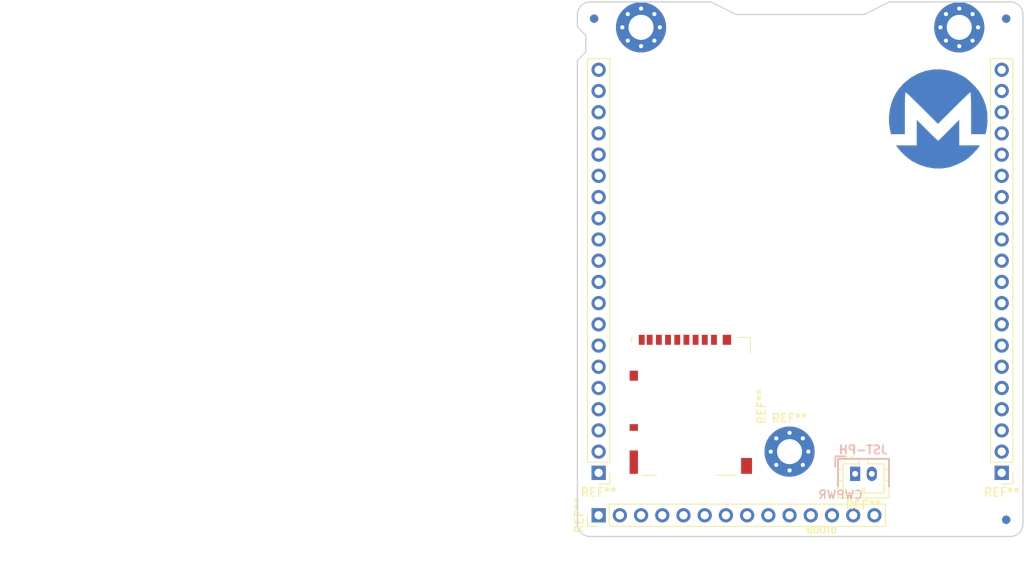
<source format=kicad_pcb>
(kicad_pcb (version 4) (host pcbnew 4.0.6+dfsg1-1)

  (general
    (links 51)
    (no_connects 27)
    (area 99.924999 63.924999 153.415001 128.075001)
    (thickness 1.6)
    (drawings 58)
    (tracks 5)
    (zones 0)
    (modules 15)
    (nets 37)
  )

  (page A4)
  (title_block
    (title "Breaknext Wallet Exension")
    (date 2018-01-10)
    (rev 0.7.5)
    (company "The Monero Project, Hardware Team")
    (comment 1 "Copyright © 2018, The Monero Project")
    (comment 2 "Fulfilling the developer edition role")
    (comment 3 "Pending quality assurance testing")
    (comment 4 "Warning, untested prototype!")
  )

  (layers
    (0 F.Cu signal)
    (31 B.Cu signal)
    (34 B.Paste user)
    (35 F.Paste user)
    (36 B.SilkS user)
    (37 F.SilkS user)
    (38 B.Mask user)
    (39 F.Mask user)
    (40 Dwgs.User user)
    (41 Cmts.User user)
    (44 Edge.Cuts user)
    (45 Margin user)
    (46 B.CrtYd user)
    (47 F.CrtYd user)
  )

  (setup
    (last_trace_width 0.1524)
    (user_trace_width 1)
    (trace_clearance 0.1524)
    (zone_clearance 0.508)
    (zone_45_only yes)
    (trace_min 0.1524)
    (segment_width 0.2)
    (edge_width 0.15)
    (via_size 0.6858)
    (via_drill 0.3302)
    (via_min_size 0.6858)
    (via_min_drill 0.3302)
    (uvia_size 0.3)
    (uvia_drill 0.1)
    (uvias_allowed no)
    (uvia_min_size 0)
    (uvia_min_drill 0)
    (pcb_text_width 0.3)
    (pcb_text_size 1.5 1.5)
    (mod_edge_width 0.15)
    (mod_text_size 1 1)
    (mod_text_width 0.15)
    (pad_size 2.54 3.51)
    (pad_drill 0)
    (pad_to_mask_clearance 0.0508)
    (aux_axis_origin 0 0)
    (visible_elements 7FFFFF7F)
    (pcbplotparams
      (layerselection 0x010fc_80000001)
      (usegerberextensions false)
      (excludeedgelayer true)
      (linewidth 0.200000)
      (plotframeref false)
      (viasonmask false)
      (mode 1)
      (useauxorigin false)
      (hpglpennumber 1)
      (hpglpenspeed 20)
      (hpglpendiameter 15)
      (hpglpenoverlay 2)
      (psnegative false)
      (psa4output false)
      (plotreference true)
      (plotvalue true)
      (plotinvisibletext false)
      (padsonsilk false)
      (subtractmaskfromsilk false)
      (outputformat 1)
      (mirror false)
      (drillshape 0)
      (scaleselection 1)
      (outputdirectory fabsingle))
  )

  (net 0 "")
  (net 1 GND)
  (net 2 /OSC_OUT)
  (net 3 "Net-(C3-Pad2)")
  (net 4 "Net-(C4-Pad2)")
  (net 5 +1V2)
  (net 6 +3V3)
  (net 7 "Net-(FID1-Pad~)")
  (net 8 "Net-(FID2-Pad~)")
  (net 9 "Net-(FID3-Pad~)")
  (net 10 "Net-(FID4-Pad~)")
  (net 11 "Net-(J1-Pad12)")
  (net 12 "Net-(J1-Pad13)")
  (net 13 "Net-(J1-Pad15)")
  (net 14 "Net-(J1-Pad18)")
  (net 15 "Net-(J1-Pad20)")
  (net 16 /BLOAD)
  (net 17 "Net-(J6-Pad1)")
  (net 18 /JTAG_TRST)
  (net 19 /JTAG_TDI)
  (net 20 /JTAG_TDO)
  (net 21 /JTAG_TMS)
  (net 22 /JTAG_TCK)
  (net 23 /RESET)
  (net 24 "Net-(J10-Pad1)")
  (net 25 "Net-(J10-Pad3)")
  (net 26 /UART_TX)
  (net 27 /UART_RX)
  (net 28 /USB_N)
  (net 29 /USB_P)
  (net 30 /SPI_SCK)
  (net 31 /SPI_MISO)
  (net 32 /SPI_MOSI)
  (net 33 "Net-(J10-Pad17)")
  (net 34 /SPI_CS)
  (net 35 /GLITCH)
  (net 36 "Net-(D2-Pad2)")

  (net_class Default "This is the default net class."
    (clearance 0.1524)
    (trace_width 0.1524)
    (via_dia 0.6858)
    (via_drill 0.3302)
    (uvia_dia 0.3)
    (uvia_drill 0.1)
    (add_net +1V2)
    (add_net +3V3)
    (add_net /BLOAD)
    (add_net /GLITCH)
    (add_net /JTAG_TCK)
    (add_net /JTAG_TDI)
    (add_net /JTAG_TDO)
    (add_net /JTAG_TMS)
    (add_net /JTAG_TRST)
    (add_net /OSC_OUT)
    (add_net /RESET)
    (add_net /SPI_CS)
    (add_net /SPI_MISO)
    (add_net /SPI_MOSI)
    (add_net /SPI_SCK)
    (add_net /UART_RX)
    (add_net /UART_TX)
    (add_net /USB_N)
    (add_net /USB_P)
    (add_net GND)
    (add_net "Net-(C3-Pad2)")
    (add_net "Net-(C4-Pad2)")
    (add_net "Net-(D2-Pad2)")
    (add_net "Net-(FID1-Pad~)")
    (add_net "Net-(FID2-Pad~)")
    (add_net "Net-(FID3-Pad~)")
    (add_net "Net-(FID4-Pad~)")
    (add_net "Net-(J1-Pad12)")
    (add_net "Net-(J1-Pad13)")
    (add_net "Net-(J1-Pad15)")
    (add_net "Net-(J1-Pad18)")
    (add_net "Net-(J1-Pad20)")
    (add_net "Net-(J10-Pad1)")
    (add_net "Net-(J10-Pad17)")
    (add_net "Net-(J10-Pad3)")
    (add_net "Net-(J6-Pad1)")
  )

  (module Monero_Local:MountingHole_3mm_Pad_Via (layer F.Cu) (tedit 5ABA614C) (tstamp 5A7F7C3F)
    (at 145.72 67.04)
    (descr "Mounting Hole 3mm")
    (tags "mounting hole 3mm")
    (path /5A7E4211)
    (attr virtual)
    (fp_text reference REF** (at 0 -4) (layer F.SilkS) hide
      (effects (font (size 1 1) (thickness 0.15)))
    )
    (fp_text value Mountinghole-440 (at 0 4) (layer F.Fab)
      (effects (font (size 1 1) (thickness 0.15)))
    )
    (fp_text user %R (at 0.3 0) (layer F.Fab)
      (effects (font (size 1 1) (thickness 0.15)))
    )
    (fp_circle (center 0 0) (end 3 0) (layer Cmts.User) (width 0.15))
    (fp_circle (center 0 0) (end 3.25 0) (layer F.CrtYd) (width 0.05))
    (pad 1 thru_hole circle (at 0 0) (size 6 6) (drill 3) (layers *.Cu *.Mask)
      (net 1 GND))
    (pad 1 thru_hole circle (at 2.25 0) (size 0.8 0.8) (drill 0.5) (layers *.Cu *.Mask)
      (net 1 GND))
    (pad 1 thru_hole circle (at 1.59099 1.59099) (size 0.8 0.8) (drill 0.5) (layers *.Cu *.Mask)
      (net 1 GND))
    (pad 1 thru_hole circle (at 0 2.25) (size 0.8 0.8) (drill 0.5) (layers *.Cu *.Mask)
      (net 1 GND))
    (pad 1 thru_hole circle (at -1.59099 1.59099) (size 0.8 0.8) (drill 0.5) (layers *.Cu *.Mask)
      (net 1 GND))
    (pad 1 thru_hole circle (at -2.25 0) (size 0.8 0.8) (drill 0.5) (layers *.Cu *.Mask)
      (net 1 GND))
    (pad 1 thru_hole circle (at -1.59099 -1.59099) (size 0.8 0.8) (drill 0.5) (layers *.Cu *.Mask)
      (net 1 GND))
    (pad 1 thru_hole circle (at 0 -2.25) (size 0.8 0.8) (drill 0.5) (layers *.Cu *.Mask)
      (net 1 GND))
    (pad 1 thru_hole circle (at 1.59099 -1.59099) (size 0.8 0.8) (drill 0.5) (layers *.Cu *.Mask)
      (net 1 GND))
  )

  (module Monero_Local:MountingHole_3mm_Pad_Via (layer F.Cu) (tedit 5ABA6140) (tstamp 5A7F7C30)
    (at 107.62 67.04)
    (descr "Mounting Hole 3mm")
    (tags "mounting hole 3mm")
    (path /5A7E413E)
    (attr virtual)
    (fp_text reference REF** (at 0 -4) (layer F.SilkS) hide
      (effects (font (size 1 1) (thickness 0.15)))
    )
    (fp_text value Mountinghole-440 (at 0 4) (layer F.Fab)
      (effects (font (size 1 1) (thickness 0.15)))
    )
    (fp_text user %R (at 0.3 0) (layer F.Fab)
      (effects (font (size 1 1) (thickness 0.15)))
    )
    (fp_circle (center 0 0) (end 3 0) (layer Cmts.User) (width 0.15))
    (fp_circle (center 0 0) (end 3.25 0) (layer F.CrtYd) (width 0.05))
    (pad 1 thru_hole circle (at 0 0) (size 6 6) (drill 3) (layers *.Cu *.Mask)
      (net 1 GND))
    (pad 1 thru_hole circle (at 2.25 0) (size 0.8 0.8) (drill 0.5) (layers *.Cu *.Mask)
      (net 1 GND))
    (pad 1 thru_hole circle (at 1.59099 1.59099) (size 0.8 0.8) (drill 0.5) (layers *.Cu *.Mask)
      (net 1 GND))
    (pad 1 thru_hole circle (at 0 2.25) (size 0.8 0.8) (drill 0.5) (layers *.Cu *.Mask)
      (net 1 GND))
    (pad 1 thru_hole circle (at -1.59099 1.59099) (size 0.8 0.8) (drill 0.5) (layers *.Cu *.Mask)
      (net 1 GND))
    (pad 1 thru_hole circle (at -2.25 0) (size 0.8 0.8) (drill 0.5) (layers *.Cu *.Mask)
      (net 1 GND))
    (pad 1 thru_hole circle (at -1.59099 -1.59099) (size 0.8 0.8) (drill 0.5) (layers *.Cu *.Mask)
      (net 1 GND))
    (pad 1 thru_hole circle (at 0 -2.25) (size 0.8 0.8) (drill 0.5) (layers *.Cu *.Mask)
      (net 1 GND))
    (pad 1 thru_hole circle (at 1.59099 -1.59099) (size 0.8 0.8) (drill 0.5) (layers *.Cu *.Mask)
      (net 1 GND))
  )

  (module Monero_Local:MountingHole_3mm_Pad_Via (layer F.Cu) (tedit 5ABA6154) (tstamp 5A7F7C21)
    (at 125.4 117.84)
    (descr "Mounting Hole 3mm")
    (tags "mounting hole 3mm")
    (path /5A7E405D)
    (fp_text reference REF** (at 0 -4) (layer F.SilkS)
      (effects (font (size 1 1) (thickness 0.15)))
    )
    (fp_text value Mountinghole-440 (at 0 4) (layer F.Fab)
      (effects (font (size 1 1) (thickness 0.15)))
    )
    (fp_circle (center 0 0) (end 3 0) (layer Cmts.User) (width 0.15))
    (fp_circle (center 0 0) (end 3.25 0) (layer F.CrtYd) (width 0.05))
    (pad 1 thru_hole circle (at 0 0) (size 6 6) (drill 3) (layers *.Cu *.Mask)
      (net 1 GND))
    (pad 1 thru_hole circle (at 2.25 0) (size 0.6 0.6) (drill 0.5) (layers *.Cu *.Mask)
      (net 1 GND))
    (pad 1 thru_hole circle (at 1.59099 1.59099) (size 0.6 0.6) (drill 0.5) (layers *.Cu *.Mask)
      (net 1 GND))
    (pad 1 thru_hole circle (at 0 2.25) (size 0.6 0.6) (drill 0.5) (layers *.Cu *.Mask)
      (net 1 GND))
    (pad 1 thru_hole circle (at -1.59099 1.59099) (size 0.6 0.6) (drill 0.5) (layers *.Cu *.Mask)
      (net 1 GND))
    (pad 1 thru_hole circle (at -2.25 0) (size 0.6 0.6) (drill 0.5) (layers *.Cu *.Mask)
      (net 1 GND))
    (pad 1 thru_hole circle (at -1.59099 -1.59099) (size 0.6 0.6) (drill 0.5) (layers *.Cu *.Mask)
      (net 1 GND))
    (pad 1 thru_hole circle (at 0 -2.25) (size 0.6 0.6) (drill 0.5) (layers *.Cu *.Mask)
      (net 1 GND))
    (pad 1 thru_hole circle (at 1.59099 -1.59099) (size 0.6 0.6) (drill 0.5) (layers *.Cu *.Mask)
      (net 1 GND))
  )

  (module Monero_Local:Fiducial_1mm_Dia_2.54mm_Outer_CopperTop (layer F.Cu) (tedit 5ABA6111) (tstamp 5A7F7AC2)
    (at 102 66)
    (descr "Circular Fiducial, 1mm bare copper top; 2.54mm keepout")
    (tags marker)
    (path /5A7E42F6)
    (attr virtual)
    (fp_text reference REF** (at 3.4 0.7) (layer F.SilkS) hide
      (effects (font (size 1 1) (thickness 0.15)))
    )
    (fp_text value Fiducial-PCB (at 0 -1.8) (layer F.Fab)
      (effects (font (size 1 1) (thickness 0.15)))
    )
    (fp_circle (center 0 0) (end 1.55 0) (layer F.CrtYd) (width 0.05))
    (pad ~ smd circle (at 0 0) (size 1 1) (layers F.Cu F.Mask)
      (net 7 "Net-(FID1-Pad~)") (solder_mask_margin 0.77) (clearance 0.77))
  )

  (module Monero_Local:Fiducial_1mm_Dia_2.54mm_Outer_CopperTop (layer F.Cu) (tedit 5ABA60FC) (tstamp 5A7F7AC8)
    (at 151.34 126)
    (descr "Circular Fiducial, 1mm bare copper top; 2.54mm keepout")
    (tags marker)
    (path /5A7E43BB)
    (attr virtual)
    (fp_text reference REF** (at 3.4 0.7) (layer F.SilkS) hide
      (effects (font (size 1 1) (thickness 0.15)))
    )
    (fp_text value Fiducial-PCB (at 0 -1.8) (layer F.Fab)
      (effects (font (size 1 1) (thickness 0.15)))
    )
    (fp_circle (center 0 0) (end 1.55 0) (layer F.CrtYd) (width 0.05))
    (pad ~ smd circle (at 0 0) (size 1 1) (layers F.Cu F.Mask)
      (net 8 "Net-(FID2-Pad~)") (solder_mask_margin 0.77) (clearance 0.77))
  )

  (module Monero_Local:Fiducial_1mm_Dia_2.54mm_Outer_CopperBottom (layer F.Cu) (tedit 5A80C4E8) (tstamp 5A7F7ACE)
    (at 102 66)
    (descr "Circular Fiducial, 1mm bare copper bottom; 2.54mm keepout")
    (tags marker)
    (path /5A7E44A8)
    (attr virtual)
    (fp_text reference FID3 (at 3.4 0.7) (layer F.SilkS) hide
      (effects (font (size 1 1) (thickness 0.15)))
    )
    (fp_text value Fiducial-PCB (at 0 -1.8) (layer F.Fab)
      (effects (font (size 1 1) (thickness 0.15)))
    )
    (fp_circle (center 0 0) (end 1.55 0) (layer B.CrtYd) (width 0.05))
    (pad ~ smd circle (at 0 0) (size 1 1) (layers B.Cu B.Mask)
      (net 9 "Net-(FID3-Pad~)") (solder_mask_margin 0.77) (clearance 0.77))
  )

  (module Monero_Local:Fiducial_1mm_Dia_2.54mm_Outer_CopperBottom (layer F.Cu) (tedit 5ABA60F1) (tstamp 5A7F7AD4)
    (at 151.34 126)
    (descr "Circular Fiducial, 1mm bare copper bottom; 2.54mm keepout")
    (tags marker)
    (path /5A7E458D)
    (attr virtual)
    (fp_text reference REF** (at 3.4 0.7) (layer F.SilkS) hide
      (effects (font (size 1 1) (thickness 0.15)))
    )
    (fp_text value Fiducial-PCB (at 0 -1.8) (layer F.Fab)
      (effects (font (size 1 1) (thickness 0.15)))
    )
    (fp_circle (center 0 0) (end 1.55 0) (layer B.CrtYd) (width 0.05))
    (pad ~ smd circle (at 0 0) (size 1 1) (layers B.Cu B.Mask)
      (net 10 "Net-(FID4-Pad~)") (solder_mask_margin 0.77) (clearance 0.77))
  )

  (module Monero_Local:MoneroCircleCombi (layer B.Cu) (tedit 0) (tstamp 5A7F7C12)
    (at 143.25 78 180)
    (path /5A7B31DF)
    (fp_text reference LOGO1 (at 0 0 180) (layer B.SilkS) hide
      (effects (font (thickness 0.3)) (justify mirror))
    )
    (fp_text value Monerologo-mid (at 0.75 0 180) (layer B.SilkS) hide
      (effects (font (thickness 0.3)) (justify mirror))
    )
    (fp_poly (pts (xy -1.226062 -1.369218) (xy -0.86627 -1.732557) (xy -0.542874 -2.054372) (xy -0.272588 -2.31842)
      (xy -0.072125 -2.508459) (xy 0.041799 -2.608244) (xy 0.06033 -2.619375) (xy 0.130587 -2.565676)
      (xy 0.295823 -2.415269) (xy 0.539251 -2.184185) (xy 0.844088 -1.888454) (xy 1.193546 -1.544109)
      (xy 1.368316 -1.370149) (xy 2.619375 -0.120923) (xy 2.619375 -3.175) (xy 5.089864 -3.175)
      (xy 4.826963 -3.54247) (xy 4.524666 -3.907295) (xy 4.131312 -4.300229) (xy 3.696669 -4.676098)
      (xy 3.270503 -4.989725) (xy 3.145882 -5.068459) (xy 2.305587 -5.490823) (xy 1.423362 -5.778831)
      (xy 0.522618 -5.928654) (xy -0.373234 -5.93646) (xy -1.240785 -5.79842) (xy -1.27 -5.79099)
      (xy -1.612528 -5.684323) (xy -2.02618 -5.528484) (xy -2.442566 -5.350051) (xy -2.614981 -5.268299)
      (xy -2.995299 -5.069011) (xy -3.3088 -4.870616) (xy -3.606472 -4.635781) (xy -3.939302 -4.327171)
      (xy -4.05265 -4.215594) (xy -4.329032 -3.934166) (xy -4.568982 -3.677069) (xy -4.746307 -3.47321)
      (xy -4.833743 -3.353593) (xy -4.926836 -3.175) (xy -2.460625 -3.175) (xy -2.458077 -1.647031)
      (xy -2.455528 -0.119062) (xy -1.226062 -1.369218)) (layer B.Cu) (width 0.01))
    (fp_poly (pts (xy 0.641825 5.912129) (xy 1.541562 5.751324) (xy 2.410674 5.445129) (xy 3.235853 4.995195)
      (xy 4.003791 4.403173) (xy 4.249335 4.169961) (xy 4.746735 3.617681) (xy 5.136908 3.049397)
      (xy 5.452105 2.412657) (xy 5.644526 1.900698) (xy 5.846157 1.116441) (xy 5.944963 0.285047)
      (xy 5.937534 -0.538538) (xy 5.838339 -1.222564) (xy 5.704171 -1.825625) (xy 4.048125 -1.825625)
      (xy 4.048125 0.674688) (xy 4.046764 1.403554) (xy 4.04234 1.986727) (xy 4.034337 2.437242)
      (xy 4.022243 2.768137) (xy 4.005543 2.992446) (xy 3.983722 3.123207) (xy 3.956266 3.173456)
      (xy 3.949513 3.175001) (xy 3.871758 3.120744) (xy 3.696139 2.966692) (xy 3.436424 2.725919)
      (xy 3.106379 2.4115) (xy 2.719774 2.036511) (xy 2.290376 1.614027) (xy 1.965138 1.290464)
      (xy 0.079375 -0.594072) (xy -1.806389 1.290464) (xy -2.257922 1.738866) (xy -2.676495 2.14911)
      (xy -3.048339 2.508122) (xy -3.359687 2.802825) (xy -3.596771 3.020146) (xy -3.745824 3.147009)
      (xy -3.790764 3.175) (xy -3.819511 3.140504) (xy -3.842511 3.028325) (xy -3.860279 2.825426)
      (xy -3.873329 2.518772) (xy -3.882176 2.095325) (xy -3.887333 1.542051) (xy -3.889315 0.845913)
      (xy -3.889375 0.674688) (xy -3.889375 -1.825625) (xy -5.60836 -1.825625) (xy -5.709598 -1.408906)
      (xy -5.760065 -1.135443) (xy -5.806676 -0.768407) (xy -5.841636 -0.372925) (xy -5.849765 -0.238125)
      (xy -5.824412 0.674787) (xy -5.650083 1.563133) (xy -5.323343 2.440141) (xy -4.989085 3.076592)
      (xy -4.750721 3.418317) (xy -4.418793 3.810028) (xy -4.031645 4.21338) (xy -3.627622 4.59003)
      (xy -3.245068 4.901633) (xy -2.997217 5.06846) (xy -2.108058 5.505711) (xy -1.196293 5.790973)
      (xy -0.275229 5.925896) (xy 0.641825 5.912129)) (layer B.Cu) (width 0.01))
    (fp_poly (pts (xy 2.69875 -3.095625) (xy 3.973237 -3.095625) (xy 5.247725 -3.095624) (xy 5.104331 -3.35214)
      (xy 4.944408 -3.577544) (xy 4.690573 -3.867574) (xy 4.375402 -4.19093) (xy 4.031473 -4.516313)
      (xy 3.691363 -4.812422) (xy 3.387649 -5.047959) (xy 3.235341 -5.147834) (xy 2.376966 -5.570043)
      (xy 1.474627 -5.859643) (xy 0.552712 -6.01279) (xy -0.364388 -6.025641) (xy -1.252284 -5.894351)
      (xy -1.349375 -5.870365) (xy -2.107666 -5.617258) (xy -2.85055 -5.262134) (xy -3.526498 -4.832443)
      (xy -3.95189 -4.483919) (xy -4.221588 -4.220405) (xy -4.489861 -3.934697) (xy -4.73309 -3.654839)
      (xy -4.927654 -3.408873) (xy -5.049934 -3.224844) (xy -5.080001 -3.144521) (xy -5.005056 -3.128012)
      (xy -4.797933 -3.113883) (xy -4.485197 -3.103158) (xy -4.093413 -3.09686) (xy -3.81 -3.095625)
      (xy -2.54 -3.095625) (xy -2.54 -1.547812) (xy -2.536679 -1.071715) (xy -2.527423 -0.654957)
      (xy -2.513291 -0.321601) (xy -2.495346 -0.095711) (xy -2.474646 -0.001351) (xy -2.471788 0)
      (xy -2.398802 -0.054361) (xy -2.232287 -0.206603) (xy -1.989039 -0.440458) (xy -1.685859 -0.739661)
      (xy -1.339544 -1.087947) (xy -1.171088 -1.259439) (xy 0.061399 -2.518879) (xy 1.380074 -1.200204)
      (xy 2.69875 0.118471) (xy 2.69875 -3.095625)) (layer B.Mask) (width 0.01))
    (fp_poly (pts (xy 0.587929 6.006769) (xy 1.499953 5.857308) (xy 2.380939 5.565736) (xy 3.21619 5.133837)
      (xy 3.991008 4.563392) (xy 4.32871 4.249336) (xy 4.8253 3.698061) (xy 5.215202 3.130674)
      (xy 5.53062 2.494821) (xy 5.72464 1.980073) (xy 5.911878 1.256742) (xy 6.01572 0.464814)
      (xy 6.032695 -0.336576) (xy 5.959331 -1.088291) (xy 5.917395 -1.303375) (xy 5.783546 -1.905)
      (xy 3.96875 -1.905) (xy 3.968749 0.614549) (xy 3.968749 3.134098) (xy 2.024062 1.190625)
      (xy 0.079375 -0.752847) (xy -1.865313 1.190625) (xy -3.81 3.134098) (xy -3.81 -1.905)
      (xy -5.687735 -1.905) (xy -5.789843 -1.488281) (xy -5.837836 -1.225018) (xy -5.88252 -0.861718)
      (xy -5.917321 -0.457062) (xy -5.929868 -0.238125) (xy -5.90913 0.684486) (xy -5.754603 1.553141)
      (xy -5.458771 2.397456) (xy -5.06846 3.155967) (xy -4.830096 3.497692) (xy -4.498168 3.889403)
      (xy -4.11102 4.292755) (xy -3.706997 4.669405) (xy -3.324443 4.981008) (xy -3.076592 5.147835)
      (xy -2.187393 5.584652) (xy -1.270442 5.872224) (xy -0.340435 6.012336) (xy 0.587929 6.006769)) (layer B.Mask) (width 0.01))
  )

  (module Monero_Local:Fiducial_1mm_Dia_2.54mm_Outer_CopperTop (layer B.Cu) (tedit 5ABA6126) (tstamp 5AAE277D)
    (at 151.34 66)
    (descr "Circular Fiducial, 1mm bare copper top; 2.54mm keepout")
    (tags marker)
    (attr virtual)
    (fp_text reference REF** (at 3.4 -0.7) (layer B.SilkS) hide
      (effects (font (size 1 1) (thickness 0.15)) (justify mirror))
    )
    (fp_text value Fiducial-PCB (at 0 1.8) (layer B.Fab)
      (effects (font (size 1 1) (thickness 0.15)) (justify mirror))
    )
    (fp_circle (center 0 0) (end 1.55 0) (layer B.CrtYd) (width 0.05))
    (pad ~ smd circle (at 0 0) (size 1 1) (layers B.Cu B.Mask)
      (solder_mask_margin 0.77) (clearance 0.77))
  )

  (module Monero_Local:Fiducial_1mm_Dia_2.54mm_Outer_CopperTop (layer F.Cu) (tedit 5ABA6105) (tstamp 5ACB32F3)
    (at 151.34 66)
    (descr "Circular Fiducial, 1mm bare copper top; 2.54mm keepout")
    (tags marker)
    (attr virtual)
    (fp_text reference REF** (at 3.4 0.7) (layer F.SilkS) hide
      (effects (font (size 1 1) (thickness 0.15)))
    )
    (fp_text value Fiducial-PCB (at 0 -1.8) (layer F.Fab)
      (effects (font (size 1 1) (thickness 0.15)))
    )
    (fp_circle (center 0 0) (end 1.55 0) (layer F.CrtYd) (width 0.05))
    (pad ~ smd circle (at 0 0) (size 1 1) (layers F.Cu F.Mask)
      (solder_mask_margin 0.77) (clearance 0.77))
  )

  (module Monero_Local:Socket_Strip_Straight_1x20_Pitch2.54mm (layer F.Cu) (tedit 5ABA608A) (tstamp 5A7F7BF6)
    (at 102.54 120.38 180)
    (descr "Through hole straight socket strip, 1x20, 2.54mm pitch, single row")
    (tags "Through hole socket strip THT 1x20 2.54mm single row")
    (path /5A6B7E05)
    (fp_text reference REF** (at 0 -2.33 180) (layer F.SilkS)
      (effects (font (size 1 1) (thickness 0.15)))
    )
    (fp_text value CONN_WEST (at 0 50.59 180) (layer F.Fab)
      (effects (font (size 1 1) (thickness 0.15)))
    )
    (fp_line (start -1.27 -1.27) (end -1.27 49.53) (layer F.Fab) (width 0.1))
    (fp_line (start -1.27 49.53) (end 1.27 49.53) (layer F.Fab) (width 0.1))
    (fp_line (start 1.27 49.53) (end 1.27 -1.27) (layer F.Fab) (width 0.1))
    (fp_line (start 1.27 -1.27) (end -1.27 -1.27) (layer F.Fab) (width 0.1))
    (fp_line (start -1.33 1.27) (end -1.33 49.59) (layer F.SilkS) (width 0.12))
    (fp_line (start -1.33 49.59) (end 1.33 49.59) (layer F.SilkS) (width 0.12))
    (fp_line (start 1.33 49.59) (end 1.33 1.27) (layer F.SilkS) (width 0.12))
    (fp_line (start 1.33 1.27) (end -1.33 1.27) (layer F.SilkS) (width 0.12))
    (fp_line (start -1.33 0) (end -1.33 -1.33) (layer F.SilkS) (width 0.12))
    (fp_line (start -1.33 -1.33) (end 0 -1.33) (layer F.SilkS) (width 0.12))
    (fp_line (start -1.55 -1.55) (end -1.55 49.8) (layer F.CrtYd) (width 0.05))
    (fp_line (start -1.55 49.8) (end 1.55 49.8) (layer F.CrtYd) (width 0.05))
    (fp_line (start 1.55 49.8) (end 1.55 -1.55) (layer F.CrtYd) (width 0.05))
    (fp_line (start 1.55 -1.55) (end -1.55 -1.55) (layer F.CrtYd) (width 0.05))
    (pad 1 thru_hole rect (at 0 0 180) (size 1.7 1.7) (drill 1) (layers *.Cu *.Mask)
      (net 24 "Net-(J10-Pad1)"))
    (pad 2 thru_hole oval (at 0 2.54 180) (size 1.7 1.7) (drill 1) (layers *.Cu *.Mask)
      (net 1 GND))
    (pad 3 thru_hole oval (at 0 5.08 180) (size 1.7 1.7) (drill 1) (layers *.Cu *.Mask)
      (net 25 "Net-(J10-Pad3)"))
    (pad 4 thru_hole oval (at 0 7.62 180) (size 1.7 1.7) (drill 1) (layers *.Cu *.Mask)
      (net 1 GND))
    (pad 5 thru_hole oval (at 0 10.16 180) (size 1.7 1.7) (drill 1) (layers *.Cu *.Mask)
      (net 2 /OSC_OUT))
    (pad 6 thru_hole oval (at 0 12.7 180) (size 1.7 1.7) (drill 1) (layers *.Cu *.Mask)
      (net 1 GND))
    (pad 7 thru_hole oval (at 0 15.24 180) (size 1.7 1.7) (drill 1) (layers *.Cu *.Mask)
      (net 26 /UART_TX))
    (pad 8 thru_hole oval (at 0 17.78 180) (size 1.7 1.7) (drill 1) (layers *.Cu *.Mask)
      (net 27 /UART_RX))
    (pad 9 thru_hole oval (at 0 20.32 180) (size 1.7 1.7) (drill 1) (layers *.Cu *.Mask)
      (net 28 /USB_N))
    (pad 10 thru_hole oval (at 0 22.86 180) (size 1.7 1.7) (drill 1) (layers *.Cu *.Mask)
      (net 29 /USB_P))
    (pad 11 thru_hole oval (at 0 25.4 180) (size 1.7 1.7) (drill 1) (layers *.Cu *.Mask)
      (net 23 /RESET))
    (pad 12 thru_hole oval (at 0 27.94 180) (size 1.7 1.7) (drill 1) (layers *.Cu *.Mask)
      (net 30 /SPI_SCK))
    (pad 13 thru_hole oval (at 0 30.48 180) (size 1.7 1.7) (drill 1) (layers *.Cu *.Mask)
      (net 31 /SPI_MISO))
    (pad 14 thru_hole oval (at 0 33.02 180) (size 1.7 1.7) (drill 1) (layers *.Cu *.Mask)
      (net 32 /SPI_MOSI))
    (pad 15 thru_hole oval (at 0 35.56 180) (size 1.7 1.7) (drill 1) (layers *.Cu *.Mask)
      (net 1 GND))
    (pad 16 thru_hole oval (at 0 38.1 180) (size 1.7 1.7) (drill 1) (layers *.Cu *.Mask)
      (net 1 GND))
    (pad 17 thru_hole oval (at 0 40.64 180) (size 1.7 1.7) (drill 1) (layers *.Cu *.Mask)
      (net 33 "Net-(J10-Pad17)"))
    (pad 18 thru_hole oval (at 0 43.18 180) (size 1.7 1.7) (drill 1) (layers *.Cu *.Mask)
      (net 34 /SPI_CS))
    (pad 19 thru_hole oval (at 0 45.72 180) (size 1.7 1.7) (drill 1) (layers *.Cu *.Mask)
      (net 35 /GLITCH))
    (pad 20 thru_hole oval (at 0 48.26 180) (size 1.7 1.7) (drill 1) (layers *.Cu *.Mask)
      (net 6 +3V3))
    (model Socket_Strips.3dshapes/Socket_Strip_Straight_1x20_Pitch2.54mm.wrl
      (at (xyz 0 -0.95 0))
      (scale (xyz 1 1 1))
      (rotate (xyz 0 0 270))
    )
  )

  (module Monero_Local:Socket_Strip_Straight_1x20_Pitch2.54mm (layer F.Cu) (tedit 5ABA60D0) (tstamp 5A7F7AFA)
    (at 150.8 120.38 180)
    (descr "Through hole straight socket strip, 1x20, 2.54mm pitch, single row")
    (tags "Through hole socket strip THT 1x20 2.54mm single row")
    (path /5A6B7F29)
    (fp_text reference REF** (at 0 -2.33 180) (layer F.SilkS)
      (effects (font (size 1 1) (thickness 0.15)))
    )
    (fp_text value CONN_EAST (at 0 50.59 180) (layer F.Fab)
      (effects (font (size 1 1) (thickness 0.15)))
    )
    (fp_line (start -1.27 -1.27) (end -1.27 49.53) (layer F.Fab) (width 0.1))
    (fp_line (start -1.27 49.53) (end 1.27 49.53) (layer F.Fab) (width 0.1))
    (fp_line (start 1.27 49.53) (end 1.27 -1.27) (layer F.Fab) (width 0.1))
    (fp_line (start 1.27 -1.27) (end -1.27 -1.27) (layer F.Fab) (width 0.1))
    (fp_line (start -1.33 1.27) (end -1.33 49.59) (layer F.SilkS) (width 0.12))
    (fp_line (start -1.33 49.59) (end 1.33 49.59) (layer F.SilkS) (width 0.12))
    (fp_line (start 1.33 49.59) (end 1.33 1.27) (layer F.SilkS) (width 0.12))
    (fp_line (start 1.33 1.27) (end -1.33 1.27) (layer F.SilkS) (width 0.12))
    (fp_line (start -1.33 0) (end -1.33 -1.33) (layer F.SilkS) (width 0.12))
    (fp_line (start -1.33 -1.33) (end 0 -1.33) (layer F.SilkS) (width 0.12))
    (fp_line (start -1.55 -1.55) (end -1.55 49.8) (layer F.CrtYd) (width 0.05))
    (fp_line (start -1.55 49.8) (end 1.55 49.8) (layer F.CrtYd) (width 0.05))
    (fp_line (start 1.55 49.8) (end 1.55 -1.55) (layer F.CrtYd) (width 0.05))
    (fp_line (start 1.55 -1.55) (end -1.55 -1.55) (layer F.CrtYd) (width 0.05))
    (pad 1 thru_hole rect (at 0 0 180) (size 1.7 1.7) (drill 1) (layers *.Cu *.Mask)
      (net 1 GND))
    (pad 2 thru_hole oval (at 0 2.54 180) (size 1.7 1.7) (drill 1) (layers *.Cu *.Mask)
      (net 5 +1V2))
    (pad 3 thru_hole oval (at 0 5.08 180) (size 1.7 1.7) (drill 1) (layers *.Cu *.Mask)
      (net 5 +1V2))
    (pad 4 thru_hole oval (at 0 7.62 180) (size 1.7 1.7) (drill 1) (layers *.Cu *.Mask)
      (net 1 GND))
    (pad 5 thru_hole oval (at 0 10.16 180) (size 1.7 1.7) (drill 1) (layers *.Cu *.Mask)
      (net 5 +1V2))
    (pad 6 thru_hole oval (at 0 12.7 180) (size 1.7 1.7) (drill 1) (layers *.Cu *.Mask)
      (net 5 +1V2))
    (pad 7 thru_hole oval (at 0 15.24 180) (size 1.7 1.7) (drill 1) (layers *.Cu *.Mask)
      (net 1 GND))
    (pad 8 thru_hole oval (at 0 17.78 180) (size 1.7 1.7) (drill 1) (layers *.Cu *.Mask)
      (net 3 "Net-(C3-Pad2)"))
    (pad 9 thru_hole oval (at 0 20.32 180) (size 1.7 1.7) (drill 1) (layers *.Cu *.Mask)
      (net 1 GND))
    (pad 10 thru_hole oval (at 0 22.86 180) (size 1.7 1.7) (drill 1) (layers *.Cu *.Mask)
      (net 1 GND))
    (pad 11 thru_hole oval (at 0 25.4 180) (size 1.7 1.7) (drill 1) (layers *.Cu *.Mask)
      (net 3 "Net-(C3-Pad2)"))
    (pad 12 thru_hole oval (at 0 27.94 180) (size 1.7 1.7) (drill 1) (layers *.Cu *.Mask)
      (net 11 "Net-(J1-Pad12)"))
    (pad 13 thru_hole oval (at 0 30.48 180) (size 1.7 1.7) (drill 1) (layers *.Cu *.Mask)
      (net 12 "Net-(J1-Pad13)"))
    (pad 14 thru_hole oval (at 0 33.02 180) (size 1.7 1.7) (drill 1) (layers *.Cu *.Mask)
      (net 4 "Net-(C4-Pad2)"))
    (pad 15 thru_hole oval (at 0 35.56 180) (size 1.7 1.7) (drill 1) (layers *.Cu *.Mask)
      (net 13 "Net-(J1-Pad15)"))
    (pad 16 thru_hole oval (at 0 38.1 180) (size 1.7 1.7) (drill 1) (layers *.Cu *.Mask)
      (net 1 GND))
    (pad 17 thru_hole oval (at 0 40.64 180) (size 1.7 1.7) (drill 1) (layers *.Cu *.Mask)
      (net 1 GND))
    (pad 18 thru_hole oval (at 0 43.18 180) (size 1.7 1.7) (drill 1) (layers *.Cu *.Mask)
      (net 14 "Net-(J1-Pad18)"))
    (pad 19 thru_hole oval (at 0 45.72 180) (size 1.7 1.7) (drill 1) (layers *.Cu *.Mask)
      (net 1 GND))
    (pad 20 thru_hole oval (at 0 48.26 180) (size 1.7 1.7) (drill 1) (layers *.Cu *.Mask)
      (net 15 "Net-(J1-Pad20)"))
    (model Socket_Strips.3dshapes/Socket_Strip_Straight_1x20_Pitch2.54mm.wrl
      (at (xyz 0 -0.95 0))
      (scale (xyz 1 1 1))
      (rotate (xyz 0 0 270))
    )
  )

  (module Monero_Local:Socket_Strip_Straight_1x14_Pitch2.54mm (layer F.Cu) (tedit 5ABA60DA) (tstamp 5A7F7BB8)
    (at 102.54 125.46 90)
    (descr "Through hole straight socket strip, 1x14, 2.54mm pitch, single row")
    (tags "Through hole socket strip THT 1x14 2.54mm single row")
    (path /5A6B7E86)
    (fp_text reference REF** (at 0 -2.33 90) (layer F.SilkS)
      (effects (font (size 1 1) (thickness 0.15)))
    )
    (fp_text value CONN_SOUTH (at 0 35.35 90) (layer F.Fab)
      (effects (font (size 1 1) (thickness 0.15)))
    )
    (fp_line (start -1.27 -1.27) (end -1.27 34.29) (layer F.Fab) (width 0.1))
    (fp_line (start -1.27 34.29) (end 1.27 34.29) (layer F.Fab) (width 0.1))
    (fp_line (start 1.27 34.29) (end 1.27 -1.27) (layer F.Fab) (width 0.1))
    (fp_line (start 1.27 -1.27) (end -1.27 -1.27) (layer F.Fab) (width 0.1))
    (fp_line (start -1.33 1.27) (end -1.33 34.35) (layer F.SilkS) (width 0.12))
    (fp_line (start -1.33 34.35) (end 1.33 34.35) (layer F.SilkS) (width 0.12))
    (fp_line (start 1.33 34.35) (end 1.33 1.27) (layer F.SilkS) (width 0.12))
    (fp_line (start 1.33 1.27) (end -1.33 1.27) (layer F.SilkS) (width 0.12))
    (fp_line (start -1.33 0) (end -1.33 -1.33) (layer F.SilkS) (width 0.12))
    (fp_line (start -1.33 -1.33) (end 0 -1.33) (layer F.SilkS) (width 0.12))
    (fp_line (start -1.55 -1.55) (end -1.55 34.55) (layer F.CrtYd) (width 0.05))
    (fp_line (start -1.55 34.55) (end 1.55 34.55) (layer F.CrtYd) (width 0.05))
    (fp_line (start 1.55 34.55) (end 1.55 -1.55) (layer F.CrtYd) (width 0.05))
    (fp_line (start 1.55 -1.55) (end -1.55 -1.55) (layer F.CrtYd) (width 0.05))
    (pad 1 thru_hole rect (at 0 0 90) (size 1.7 1.7) (drill 1) (layers *.Cu *.Mask)
      (net 1 GND))
    (pad 2 thru_hole oval (at 0 2.54 90) (size 1.7 1.7) (drill 1) (layers *.Cu *.Mask)
      (net 18 /JTAG_TRST))
    (pad 3 thru_hole oval (at 0 5.08 90) (size 1.7 1.7) (drill 1) (layers *.Cu *.Mask)
      (net 19 /JTAG_TDI))
    (pad 4 thru_hole oval (at 0 7.62 90) (size 1.7 1.7) (drill 1) (layers *.Cu *.Mask)
      (net 20 /JTAG_TDO))
    (pad 5 thru_hole oval (at 0 10.16 90) (size 1.7 1.7) (drill 1) (layers *.Cu *.Mask)
      (net 21 /JTAG_TMS))
    (pad 6 thru_hole oval (at 0 12.7 90) (size 1.7 1.7) (drill 1) (layers *.Cu *.Mask)
      (net 22 /JTAG_TCK))
    (pad 7 thru_hole oval (at 0 15.24 90) (size 1.7 1.7) (drill 1) (layers *.Cu *.Mask)
      (net 6 +3V3))
    (pad 8 thru_hole oval (at 0 17.78 90) (size 1.7 1.7) (drill 1) (layers *.Cu *.Mask)
      (net 23 /RESET))
    (pad 9 thru_hole oval (at 0 20.32 90) (size 1.7 1.7) (drill 1) (layers *.Cu *.Mask)
      (net 1 GND))
    (pad 10 thru_hole oval (at 0 22.86 90) (size 1.7 1.7) (drill 1) (layers *.Cu *.Mask)
      (net 1 GND))
    (pad 11 thru_hole oval (at 0 25.4 90) (size 1.7 1.7) (drill 1) (layers *.Cu *.Mask)
      (net 16 /BLOAD))
    (pad 12 thru_hole oval (at 0 27.94 90) (size 1.7 1.7) (drill 1) (layers *.Cu *.Mask)
      (net 6 +3V3))
    (pad 13 thru_hole oval (at 0 30.48 90) (size 1.7 1.7) (drill 1) (layers *.Cu *.Mask)
      (net 17 "Net-(J6-Pad1)"))
    (pad 14 thru_hole oval (at 0 33.02 90) (size 1.7 1.7) (drill 1) (layers *.Cu *.Mask)
      (net 6 +3V3))
    (model Socket_Strips.3dshapes/Socket_Strip_Straight_1x14_Pitch2.54mm.wrl
      (at (xyz 0 -0.65 0))
      (scale (xyz 1 1 1))
      (rotate (xyz 0 0 270))
    )
  )

  (module Monero_Local:JST_PH_B2B-PH-K_02x2.00mm_Straight (layer F.Cu) (tedit 5ABA60E3) (tstamp 5A7F7B32)
    (at 133.25 120.5)
    (descr "JST PH series connector, B2B-PH-K, top entry type, through hole, Datasheet: http://www.jst-mfg.com/product/pdf/eng/ePH.pdf")
    (tags "connector jst ph")
    (path /5A71FFE7)
    (fp_text reference REF** (at 1 3.75) (layer F.SilkS)
      (effects (font (size 1 1) (thickness 0.15)))
    )
    (fp_text value CONN_01X02 (at 1 3.8) (layer F.Fab)
      (effects (font (size 1 1) (thickness 0.15)))
    )
    (fp_line (start -2.05 -1.8) (end -2.05 2.9) (layer F.SilkS) (width 0.12))
    (fp_line (start -2.05 2.9) (end 4.05 2.9) (layer F.SilkS) (width 0.12))
    (fp_line (start 4.05 2.9) (end 4.05 -1.8) (layer F.SilkS) (width 0.12))
    (fp_line (start 4.05 -1.8) (end -2.05 -1.8) (layer F.SilkS) (width 0.12))
    (fp_line (start 0.5 -1.8) (end 0.5 -1.2) (layer F.SilkS) (width 0.12))
    (fp_line (start 0.5 -1.2) (end -1.45 -1.2) (layer F.SilkS) (width 0.12))
    (fp_line (start -1.45 -1.2) (end -1.45 2.3) (layer F.SilkS) (width 0.12))
    (fp_line (start -1.45 2.3) (end 3.45 2.3) (layer F.SilkS) (width 0.12))
    (fp_line (start 3.45 2.3) (end 3.45 -1.2) (layer F.SilkS) (width 0.12))
    (fp_line (start 3.45 -1.2) (end 1.5 -1.2) (layer F.SilkS) (width 0.12))
    (fp_line (start 1.5 -1.2) (end 1.5 -1.8) (layer F.SilkS) (width 0.12))
    (fp_line (start -2.05 -0.5) (end -1.45 -0.5) (layer F.SilkS) (width 0.12))
    (fp_line (start -2.05 0.8) (end -1.45 0.8) (layer F.SilkS) (width 0.12))
    (fp_line (start 4.05 -0.5) (end 3.45 -0.5) (layer F.SilkS) (width 0.12))
    (fp_line (start 4.05 0.8) (end 3.45 0.8) (layer F.SilkS) (width 0.12))
    (fp_line (start -0.3 -1.8) (end -0.3 -2) (layer F.SilkS) (width 0.12))
    (fp_line (start -0.3 -2) (end -0.6 -2) (layer F.SilkS) (width 0.12))
    (fp_line (start -0.6 -2) (end -0.6 -1.8) (layer F.SilkS) (width 0.12))
    (fp_line (start -0.3 -1.9) (end -0.6 -1.9) (layer F.SilkS) (width 0.12))
    (fp_line (start 0.9 2.3) (end 0.9 1.8) (layer F.SilkS) (width 0.12))
    (fp_line (start 0.9 1.8) (end 1.1 1.8) (layer F.SilkS) (width 0.12))
    (fp_line (start 1.1 1.8) (end 1.1 2.3) (layer F.SilkS) (width 0.12))
    (fp_line (start 1 2.3) (end 1 1.8) (layer F.SilkS) (width 0.12))
    (fp_line (start -1.1 -2.1) (end -2.35 -2.1) (layer F.SilkS) (width 0.12))
    (fp_line (start -2.35 -2.1) (end -2.35 -0.85) (layer F.SilkS) (width 0.12))
    (fp_line (start -1.1 -2.1) (end -2.35 -2.1) (layer F.Fab) (width 0.1))
    (fp_line (start -2.35 -2.1) (end -2.35 -0.85) (layer F.Fab) (width 0.1))
    (fp_line (start -1.95 -1.7) (end -1.95 2.8) (layer F.Fab) (width 0.1))
    (fp_line (start -1.95 2.8) (end 3.95 2.8) (layer F.Fab) (width 0.1))
    (fp_line (start 3.95 2.8) (end 3.95 -1.7) (layer F.Fab) (width 0.1))
    (fp_line (start 3.95 -1.7) (end -1.95 -1.7) (layer F.Fab) (width 0.1))
    (fp_line (start -2.45 -2.2) (end -2.45 3.3) (layer F.CrtYd) (width 0.05))
    (fp_line (start -2.45 3.3) (end 4.45 3.3) (layer F.CrtYd) (width 0.05))
    (fp_line (start 4.45 3.3) (end 4.45 -2.2) (layer F.CrtYd) (width 0.05))
    (fp_line (start 4.45 -2.2) (end -2.45 -2.2) (layer F.CrtYd) (width 0.05))
    (fp_text user %R (at 1 1.5) (layer F.Fab)
      (effects (font (size 1 1) (thickness 0.15)))
    )
    (pad 1 thru_hole rect (at 0 0) (size 1.2 1.7) (drill 0.7) (layers *.Cu *.Mask)
      (net 36 "Net-(D2-Pad2)"))
    (pad 2 thru_hole oval (at 2 0) (size 1.2 1.7) (drill 0.7) (layers *.Cu *.Mask)
      (net 1 GND))
    (model ${KIPRJMOD}/modules/packages3d/Connectors_JST.3dshapes/JST_PH_B2B-PH-K_02x2.00mm_Straight.step
      (at (xyz 0 0 0))
      (scale (xyz 1 1 1))
      (rotate (xyz 0 0 0))
    )
  )

  (module Monero_Local:microSD_Card_Receptacle_Hirose_DM3AT-SF-PEJM5 (layer F.Cu) (tedit 588F5AF6) (tstamp 5ACB7716)
    (at 113.5 112)
    (descr "MicroSD card socket")
    (tags "MicroSD card socket")
    (attr smd)
    (fp_text reference REF** (at 8.54 0.42 90) (layer F.SilkS)
      (effects (font (size 1 1) (thickness 0.15)))
    )
    (fp_text value microSD_Card_Receptacle_Hirose_DM3AT-SF-PEJM5 (at -0.35 10.59) (layer F.Fab)
      (effects (font (size 1 1) (thickness 0.15)))
    )
    (fp_line (start -8 8) (end -8 -6) (layer Dwgs.User) (width 0.12))
    (fp_text user "Copper Keep Out" (at -9.144 1.143 90) (layer Cmts.User)
      (effects (font (size 1 1) (thickness 0.15)))
    )
    (fp_line (start -5.87 8.68) (end -4.03 8.68) (layer F.SilkS) (width 0.12))
    (fp_line (start 5.37 8.68) (end 3.14 8.68) (layer F.SilkS) (width 0.12))
    (fp_line (start -7.02 -7.83) (end -7.02 -7.32) (layer F.SilkS) (width 0.12))
    (fp_line (start -6.7 -7.83) (end -7.02 -7.83) (layer F.SilkS) (width 0.12))
    (fp_line (start 7.21 -7.83) (end 7.21 -5.92) (layer F.SilkS) (width 0.12))
    (fp_line (start 5.68 -7.83) (end 7.21 -7.83) (layer F.SilkS) (width 0.12))
    (fp_line (start -7.55 8.81) (end -7.55 -8.72) (layer F.CrtYd) (width 0.05))
    (fp_line (start 7.75 8.81) (end -7.55 8.81) (layer F.CrtYd) (width 0.05))
    (fp_line (start 7.75 -8.72) (end 7.75 8.81) (layer F.CrtYd) (width 0.05))
    (fp_line (start -7.55 -8.72) (end 7.75 -8.72) (layer F.CrtYd) (width 0.05))
    (fp_line (start -7.15 0.95) (end -7.15 -7.1) (layer Dwgs.User) (width 0.12))
    (fp_line (start -6.4 0.95) (end -7.15 0.95) (layer Dwgs.User) (width 0.12))
    (fp_line (start -6.4 -7.1) (end -6.4 0.95) (layer Dwgs.User) (width 0.12))
    (fp_line (start -7.15 -7.1) (end -6.4 -7.1) (layer Dwgs.User) (width 0.12))
    (fp_line (start -6.05 6.35) (end -6.05 -1.25) (layer Dwgs.User) (width 0.12))
    (fp_line (start -5.35 6.35) (end -6.05 6.35) (layer Dwgs.User) (width 0.12))
    (fp_line (start -5.35 -1.25) (end -5.35 6.35) (layer Dwgs.User) (width 0.12))
    (fp_line (start -6.05 -1.25) (end -5.35 -1.25) (layer Dwgs.User) (width 0.12))
    (fp_line (start 3 8.5) (end 3 7.15) (layer Dwgs.User) (width 0.12))
    (fp_line (start 5.55 8.5) (end 3 8.5) (layer Dwgs.User) (width 0.12))
    (fp_line (start 5.55 7.15) (end 5.55 8.5) (layer Dwgs.User) (width 0.12))
    (fp_line (start 3 7.15) (end 5.55 7.15) (layer Dwgs.User) (width 0.12))
    (fp_line (start -5.35 -2.55) (end -5.35 -0.95) (layer Dwgs.User) (width 0.12))
    (fp_line (start 3.35 -0.95) (end -5.35 -0.95) (layer Dwgs.User) (width 0.12))
    (fp_line (start 3.35 -2.55) (end 3.35 -0.95) (layer Dwgs.User) (width 0.12))
    (fp_line (start -5.35 -2.55) (end 3.35 -2.55) (layer Dwgs.User) (width 0.12))
    (fp_line (start -2.19 6.1) (end -2.19 5.9) (layer F.Fab) (width 0.1))
    (fp_line (start -3.84 8.3) (end -3.84 7.11) (layer F.Fab) (width 0.1))
    (fp_line (start -3.69 6.76) (end -3.19 6.25) (layer F.Fab) (width 0.1))
    (fp_line (start -2.83 6.1) (end -2.19 6.1) (layer F.Fab) (width 0.1))
    (fp_line (start 0.86 -6.8) (end 0.86 -7.65) (layer F.Fab) (width 0.1))
    (fp_line (start -2.44 -6.8) (end -2.44 -7.65) (layer F.Fab) (width 0.1))
    (fp_line (start 6.21 6.8) (end 6.81 6.8) (layer F.Fab) (width 0.1))
    (fp_line (start -6.84 2.75) (end -6.84 3.15) (layer F.Fab) (width 0.1))
    (fp_line (start -6.68 -2.84) (end -6.69 -2.84) (layer F.Fab) (width 0.1))
    (fp_line (start -3.54 -6.8) (end -3.54 -7.65) (layer F.Fab) (width 0.1))
    (fp_line (start -5.04 -7.65) (end -5.04 -6.8) (layer F.Fab) (width 0.1))
    (fp_line (start 1.96 -7.65) (end 1.56 -7.65) (layer F.Fab) (width 0.1))
    (fp_line (start -1.74 -7.65) (end -1.74 -6.8) (layer F.Fab) (width 0.1))
    (fp_line (start -1.34 -6.8) (end -1.34 -7.65) (layer F.Fab) (width 0.1))
    (fp_line (start -3.54 -7.05) (end -3.94 -7.05) (layer F.Fab) (width 0.1))
    (fp_line (start 3.06 -6.8) (end 3.06 -7.65) (layer F.Fab) (width 0.1))
    (fp_line (start -0.64 -7.65) (end -0.64 -6.8) (layer F.Fab) (width 0.1))
    (fp_line (start 7.01 7.85) (end 7.01 8.1) (layer F.Fab) (width 0.1))
    (fp_line (start 2.66 -7.65) (end 2.66 -6.8) (layer F.Fab) (width 0.1))
    (fp_line (start 0.46 -7.65) (end 0.46 -6.8) (layer F.Fab) (width 0.1))
    (fp_line (start -1.34 -7.65) (end -1.74 -7.65) (layer F.Fab) (width 0.1))
    (fp_line (start 7.01 7) (end 7.01 7.25) (layer F.Fab) (width 0.1))
    (fp_line (start 6.81 8.3) (end 6.21 8.3) (layer F.Fab) (width 0.1))
    (fp_line (start -6.69 -2.84) (end -6.69 -2.83) (layer F.Fab) (width 0.1))
    (fp_line (start -0.24 -7.05) (end -0.64 -7.05) (layer F.Fab) (width 0.1))
    (fp_line (start 4.31 -7.65) (end 4.51 -7.65) (layer F.Fab) (width 0.1))
    (fp_line (start 4.71 -7.05) (end 4.71 -7.45) (layer F.Fab) (width 0.1))
    (fp_line (start 1.96 -6.8) (end 1.96 -7.65) (layer F.Fab) (width 0.1))
    (fp_line (start -6.84 6.9) (end -6.84 6.7) (layer F.Fab) (width 0.1))
    (fp_line (start -4.64 -7.05) (end -5.04 -7.05) (layer F.Fab) (width 0.1))
    (fp_line (start -6.04 8.3) (end -6.64 8.3) (layer F.Fab) (width 0.1))
    (fp_line (start -6.34 -3.45) (end -6.34 -3.05) (layer F.Fab) (width 0.1))
    (fp_line (start 3.06 -7.05) (end 2.66 -7.05) (layer F.Fab) (width 0.1))
    (fp_line (start -6.64 5.9) (end -6.34 5.9) (layer F.Fab) (width 0.1))
    (fp_line (start -4.64 -7.65) (end -5.04 -7.65) (layer F.Fab) (width 0.1))
    (fp_line (start -6.54 -2.85) (end -6.83 -2.85) (layer F.Fab) (width 0.1))
    (fp_line (start -1.34 -7.05) (end -1.74 -7.05) (layer F.Fab) (width 0.1))
    (fp_line (start 4.11 -7.05) (end 4.71 -7.05) (layer F.Fab) (width 0.1))
    (fp_line (start 4.11 -7.45) (end 4.11 -7.05) (layer F.Fab) (width 0.1))
    (fp_line (start -6.34 3.15) (end -6.34 2.75) (layer F.Fab) (width 0.1))
    (fp_line (start -4.64 -6.8) (end -4.64 -7.65) (layer F.Fab) (width 0.1))
    (fp_line (start -6.84 3.15) (end -6.34 3.15) (layer F.Fab) (width 0.1))
    (fp_line (start 0.86 -7.65) (end 0.46 -7.65) (layer F.Fab) (width 0.1))
    (fp_line (start -3.54 -7.65) (end -3.94 -7.65) (layer F.Fab) (width 0.1))
    (fp_line (start -6.84 -3.66) (end -6.83 -3.65) (layer F.Fab) (width 0.1))
    (fp_line (start -0.24 -7.65) (end -0.64 -7.65) (layer F.Fab) (width 0.1))
    (fp_line (start -0.24 -6.8) (end -0.24 -7.65) (layer F.Fab) (width 0.1))
    (fp_line (start 6.21 6.7) (end 6.21 8.3) (layer F.Fab) (width 0.1))
    (fp_line (start -6.84 7.5) (end -6.84 7.3) (layer F.Fab) (width 0.1))
    (fp_line (start -3.94 -7.65) (end -3.94 -6.8) (layer F.Fab) (width 0.1))
    (fp_line (start 3.06 -7.65) (end 2.66 -7.65) (layer F.Fab) (width 0.1))
    (fp_line (start -2.84 -7.65) (end -2.84 -6.8) (layer F.Fab) (width 0.1))
    (fp_line (start 1.96 -7.05) (end 1.56 -7.05) (layer F.Fab) (width 0.1))
    (fp_line (start 0.86 -7.05) (end 0.46 -7.05) (layer F.Fab) (width 0.1))
    (fp_line (start -2.44 -7.05) (end -2.84 -7.05) (layer F.Fab) (width 0.1))
    (fp_line (start 1.56 -7.65) (end 1.56 -6.8) (layer F.Fab) (width 0.1))
    (fp_line (start -2.44 -7.65) (end -2.84 -7.65) (layer F.Fab) (width 0.1))
    (fp_line (start -6.84 8.1) (end -6.84 7.9) (layer F.Fab) (width 0.1))
    (fp_line (start -6.83 -3.65) (end -6.54 -3.65) (layer F.Fab) (width 0.1))
    (fp_line (start -6.84 6.3) (end -6.84 6.1) (layer F.Fab) (width 0.1))
    (fp_line (start -6.34 2.75) (end -6.84 2.75) (layer F.Fab) (width 0.1))
    (fp_line (start -6.04 -7.65) (end -6.04 -6.9) (layer F.Fab) (width 0.1))
    (fp_line (start -5.94 -4.15) (end -6.69 -4.15) (layer F.Fab) (width 0.1))
    (fp_line (start 5.56 8.3) (end 6.16 8.3) (layer F.Fab) (width 0.1))
    (fp_line (start -6.84 1.7) (end -6.84 2.65) (layer F.Fab) (width 0.1))
    (fp_line (start -6.04 3.65) (end -6.04 2.25) (layer F.Fab) (width 0.1))
    (fp_line (start -6.04 3.65) (end -6.84 3.65) (layer F.Fab) (width 0.1))
    (fp_line (start -5.54 -7.65) (end -6.04 -7.65) (layer F.Fab) (width 0.1))
    (fp_line (start 6.16 8.3) (end 6.16 8.15) (layer F.Fab) (width 0.1))
    (fp_line (start -6.69 -2.35) (end -5.94 -2.35) (layer F.Fab) (width 0.1))
    (fp_line (start -6.84 1.7) (end -6.69 1.7) (layer F.Fab) (width 0.1))
    (fp_line (start -5.54 -7.35) (end -5.69 -7.2) (layer F.Fab) (width 0.1))
    (fp_line (start -6.04 2.25) (end -6.84 2.25) (layer F.Fab) (width 0.1))
    (fp_line (start -6.84 4.83) (end -6.84 3.25) (layer F.Fab) (width 0.1))
    (fp_line (start -6.34 4.83) (end -6.84 4.83) (layer F.Fab) (width 0.1))
    (fp_line (start -5.94 -2.35) (end -5.94 -4.15) (layer F.Fab) (width 0.1))
    (fp_line (start -6.04 -7.2) (end -5.69 -7.2) (layer F.Fab) (width 0.1))
    (fp_line (start -5.54 -7.65) (end -5.54 -7.35) (layer F.Fab) (width 0.1))
    (fp_line (start 6.16 8.15) (end 5.56 8.15) (layer F.Fab) (width 0.1))
    (fp_line (start 5.76 8.3) (end 5.76 8.15) (layer F.Fab) (width 0.1))
    (fp_line (start -4.04 8.5) (end -5.84 8.5) (layer F.Fab) (width 0.1))
    (fp_line (start -4.67 6.5) (end -4.67 8.5) (layer F.Fab) (width 0.1))
    (fp_line (start -3.84 8.3) (end -4.04 8.5) (layer F.Fab) (width 0.1))
    (fp_line (start -6.04 8.3) (end -6.04 5.4) (layer F.Fab) (width 0.1))
    (fp_line (start -5.84 8.5) (end -6.04 8.3) (layer F.Fab) (width 0.1))
    (fp_line (start -5.67 6.5) (end -5.67 8.5) (layer F.Fab) (width 0.1))
    (fp_line (start -6.34 8.3) (end -6.34 4.83) (layer F.Fab) (width 0.1))
    (fp_line (start -5.17 6.5) (end -5.67 6.5) (layer F.Fab) (width 0.1))
    (fp_line (start -6.04 5.4) (end -6.34 5.4) (layer F.Fab) (width 0.1))
    (fp_line (start -5.17 8.5) (end -5.17 6.5) (layer F.Fab) (width 0.1))
    (fp_line (start -4.17 6.5) (end -4.67 6.5) (layer F.Fab) (width 0.1))
    (fp_line (start -4.17 8.5) (end -4.17 6.5) (layer F.Fab) (width 0.1))
    (fp_line (start 5.19 6.96) (end 5.21 6.85) (layer F.Fab) (width 0.1))
    (fp_line (start 4.48 6.96) (end 4.54 7.05) (layer F.Fab) (width 0.1))
    (fp_line (start 5.13 7.05) (end 5.19 6.96) (layer F.Fab) (width 0.1))
    (fp_line (start -6.84 -2.84) (end -6.83 -2.85) (layer F.Fab) (width 0.1))
    (fp_line (start -6.64 -2.85) (end -6.65 -2.85) (layer F.Fab) (width 0.1))
    (fp_line (start -6.65 -2.85) (end -6.66 -2.85) (layer F.Fab) (width 0.1))
    (fp_line (start -6.66 -2.85) (end -6.67 -2.84) (layer F.Fab) (width 0.1))
    (fp_line (start -6.84 -2.83) (end -6.84 -2.84) (layer F.Fab) (width 0.1))
    (fp_line (start -6.67 -2.84) (end -6.68 -2.84) (layer F.Fab) (width 0.1))
    (fp_line (start 4.46 6.85) (end 4.48 6.96) (layer F.Fab) (width 0.1))
    (fp_line (start 5.21 3.15) (end 5.21 2.4) (layer F.Fab) (width 0.1))
    (fp_line (start 6.86 6.7) (end 6.86 -7.45) (layer F.Fab) (width 0.1))
    (fp_line (start 5.21 -6.65) (end 5.21 -7.45) (layer F.Fab) (width 0.1))
    (fp_line (start -4.49 -1.75) (end -4.49 -4.7) (layer F.Fab) (width 0.1))
    (fp_line (start 1.01 -1.75) (end 1.01 -4.7) (layer F.Fab) (width 0.1))
    (fp_line (start 2.71 -1.55) (end 3.01 -1.55) (layer F.Fab) (width 0.1))
    (fp_line (start -0.09 -4.4) (end -0.79 -4.4) (layer F.Fab) (width 0.1))
    (fp_line (start 3.61 -7.65) (end 3.61 -6.65) (layer F.Fab) (width 0.1))
    (fp_line (start 5.56 7.7) (end 5.56 8.3) (layer F.Fab) (width 0.1))
    (fp_line (start 5.81 6.3) (end 5.81 7.7) (layer F.Fab) (width 0.1))
    (fp_line (start -1.69 -1.55) (end -1.39 -1.55) (layer F.Fab) (width 0.1))
    (fp_line (start -0.79 -4.4) (end -0.79 -1.45) (layer F.Fab) (width 0.1))
    (fp_line (start -6.44 -6.8) (end 3.46 -6.8) (layer F.Fab) (width 0.1))
    (fp_line (start -2.19 5.9) (end 0.81 5.9) (layer F.Fab) (width 0.1))
    (fp_line (start 1.01 -4.7) (end 0.31 -4.7) (layer F.Fab) (width 0.1))
    (fp_line (start -0.09 -1.45) (end -0.09 -4.4) (layer F.Fab) (width 0.1))
    (fp_line (start 5.21 -7.45) (end 6.86 -7.45) (layer F.Fab) (width 0.1))
    (fp_line (start 3.61 -6.65) (end 5.21 -6.65) (layer F.Fab) (width 0.1))
    (fp_line (start 2.51 -4.7) (end 2.51 -1.75) (layer F.Fab) (width 0.1))
    (fp_line (start 5.26 7.45) (end 3.28 7.45) (layer F.Fab) (width 0.1))
    (fp_line (start 5.21 6.85) (end 5.21 5.9) (layer F.Fab) (width 0.1))
    (fp_line (start 0.51 -1.55) (end 0.81 -1.55) (layer F.Fab) (width 0.1))
    (fp_line (start 3.11 8.5) (end 2.51 8.1) (layer F.Fab) (width 0.1))
    (fp_line (start 1.86 6.25) (end 2.36 6.76) (layer F.Fab) (width 0.1))
    (fp_line (start -2.79 -1.25) (end -2.49 -1.25) (layer F.Fab) (width 0.1))
    (fp_line (start 6.86 6.3) (end 5.81 6.3) (layer F.Fab) (width 0.1))
    (fp_line (start -3.89 -1.55) (end -3.59 -1.55) (layer F.Fab) (width 0.1))
    (fp_line (start -2.29 -4.4) (end -2.99 -4.4) (layer F.Fab) (width 0.1))
    (fp_line (start 0.31 -4.7) (end 0.31 -1.75) (layer F.Fab) (width 0.1))
    (fp_line (start 1.41 -4.7) (end 1.41 -1.75) (layer F.Fab) (width 0.1))
    (fp_line (start 3.21 -1.75) (end 3.21 -4.7) (layer F.Fab) (width 0.1))
    (fp_line (start -2.99 -4.4) (end -2.99 -1.45) (layer F.Fab) (width 0.1))
    (fp_line (start -0.59 -1.25) (end -0.29 -1.25) (layer F.Fab) (width 0.1))
    (fp_line (start 3.61 8.15) (end 5.06 8.15) (layer F.Fab) (width 0.1))
    (fp_line (start 4.54 7.05) (end 5.13 7.05) (layer F.Fab) (width 0.1))
    (fp_line (start 5.56 7.7) (end 5.81 7.7) (layer F.Fab) (width 0.1))
    (fp_line (start 5.36 8.5) (end 5.56 8.3) (layer F.Fab) (width 0.1))
    (fp_line (start -4.49 -4.7) (end -5.19 -4.7) (layer F.Fab) (width 0.1))
    (fp_line (start 2.11 -4.7) (end 1.41 -4.7) (layer F.Fab) (width 0.1))
    (fp_line (start 4.46 5.9) (end 4.46 6.85) (layer F.Fab) (width 0.1))
    (fp_line (start 4.46 3.15) (end 5.21 3.15) (layer F.Fab) (width 0.1))
    (fp_line (start -1.19 -4.7) (end -1.89 -4.7) (layer F.Fab) (width 0.1))
    (fp_line (start -6.44 -7.65) (end -6.44 -6.8) (layer F.Fab) (width 0.1))
    (fp_line (start 3.46 -7.65) (end 4.01 -7.65) (layer F.Fab) (width 0.1))
    (fp_line (start 3.46 -7.65) (end 3.46 -6.8) (layer F.Fab) (width 0.1))
    (fp_line (start 0.81 5.9) (end 0.81 6.1) (layer F.Fab) (width 0.1))
    (fp_line (start -6.05 -7.65) (end -6.84 -7.65) (layer F.Fab) (width 0.1))
    (fp_line (start 0.81 6.1) (end 1.5 6.1) (layer F.Fab) (width 0.1))
    (fp_line (start -4.99 -1.55) (end -4.69 -1.55) (layer F.Fab) (width 0.1))
    (fp_line (start -3.39 -1.75) (end -3.39 -4.7) (layer F.Fab) (width 0.1))
    (fp_line (start -2.29 -1.45) (end -2.29 -4.4) (layer F.Fab) (width 0.1))
    (fp_line (start 2.51 7.11) (end 2.51 8.1) (layer F.Fab) (width 0.1))
    (fp_line (start 1.61 -1.55) (end 1.91 -1.55) (layer F.Fab) (width 0.1))
    (fp_line (start -4.09 -4.7) (end -4.09 -1.75) (layer F.Fab) (width 0.1))
    (fp_line (start 5.36 8.5) (end 3.11 8.5) (layer F.Fab) (width 0.1))
    (fp_line (start -5.19 -4.7) (end -5.19 -1.75) (layer F.Fab) (width 0.1))
    (fp_line (start 3.21 -4.7) (end 2.51 -4.7) (layer F.Fab) (width 0.1))
    (fp_line (start 2.11 -1.75) (end 2.11 -4.7) (layer F.Fab) (width 0.1))
    (fp_line (start -1.19 -1.75) (end -1.19 -4.7) (layer F.Fab) (width 0.1))
    (fp_line (start 5.36 7.85) (end 5.36 7.55) (layer F.Fab) (width 0.1))
    (fp_line (start -1.89 -4.7) (end -1.89 -1.75) (layer F.Fab) (width 0.1))
    (fp_line (start 3.18 7.57) (end 3.21 7.81) (layer F.Fab) (width 0.1))
    (fp_line (start 5.01 5.7) (end 4.66 5.7) (layer F.Fab) (width 0.1))
    (fp_line (start -3.39 -4.7) (end -4.09 -4.7) (layer F.Fab) (width 0.1))
    (fp_line (start -6.84 1.5) (end -6.84 -7.65) (layer F.Fab) (width 0.1))
    (fp_line (start 4.71 -7.2) (end 4.81 -7.2) (layer F.Fab) (width 0.1))
    (fp_line (start -2.74 1.63) (end -2.74 0.28) (layer F.Fab) (width 0.1))
    (fp_line (start -5.89 -1.1) (end -5.89 6.2) (layer F.Fab) (width 0.1))
    (fp_line (start -6.09 -6.9) (end -6.09 -7) (layer F.Fab) (width 0.1))
    (fp_line (start -5.19 -7.25) (end -5.19 -6.8) (layer F.Fab) (width 0.1))
    (fp_line (start -5.04 -7.25) (end -5.34 -7.25) (layer F.Fab) (width 0.1))
    (fp_line (start 2.51 0.37) (end 3.21 0.37) (layer F.Fab) (width 0.1))
    (fp_line (start -6.54 2.75) (end -6.54 2.65) (layer F.Fab) (width 0.1))
    (fp_line (start -0.14 1.63) (end 2.26 1.63) (layer F.Fab) (width 0.1))
    (fp_line (start -5.89 -7.15) (end -5.44 -7.15) (layer F.Fab) (width 0.1))
    (fp_line (start -5.89 6.2) (end -5.49 6.2) (layer F.Fab) (width 0.1))
    (fp_line (start 3.21 -1.13) (end 2.51 -1.13) (layer F.Fab) (width 0.1))
    (fp_line (start 6.21 8.1) (end 5.56 8.1) (layer F.Fab) (width 0.1))
    (fp_line (start -0.14 0.28) (end -0.14 1.63) (layer F.Fab) (width 0.1))
    (fp_line (start -6.69 -3.66) (end -6.69 -7.65) (layer F.Fab) (width 0.1))
    (fp_line (start -6.44 -3.8) (end -6.69 -3.8) (layer F.Fab) (width 0.1))
    (fp_line (start 5.01 2.2) (end 4.66 2.2) (layer F.Fab) (width 0.1))
    (fp_line (start -6.84 2.65) (end -6.54 2.65) (layer F.Fab) (width 0.1))
    (fp_line (start -6.09 -6.9) (end -5.89 -6.9) (layer F.Fab) (width 0.1))
    (fp_line (start -6.14 -7) (end -6.14 -7.65) (layer F.Fab) (width 0.1))
    (fp_line (start 1.86 -0.12) (end 0.26 -0.12) (layer F.Fab) (width 0.1))
    (fp_line (start 7.01 6.6) (end 7.01 -6.55) (layer F.Fab) (width 0.1))
    (fp_line (start -6.84 1.5) (end -6.69 1.5) (layer F.Fab) (width 0.1))
    (fp_line (start -0.14 3.33) (end -0.14 2.33) (layer F.Fab) (width 0.1))
    (fp_line (start 2.26 1.63) (end 2.26 0.28) (layer F.Fab) (width 0.1))
    (fp_line (start 7.01 -6.55) (end 6.86 -6.55) (layer F.Fab) (width 0.1))
    (fp_line (start 5.31 -7.65) (end 5.31 -7.45) (layer F.Fab) (width 0.1))
    (fp_line (start 6.21 6.7) (end 6.86 6.7) (layer F.Fab) (width 0.1))
    (fp_line (start -6.69 -4.05) (end -6.84 -4.05) (layer F.Fab) (width 0.1))
    (fp_line (start -5.44 -7.15) (end -5.34 -7.25) (layer F.Fab) (width 0.1))
    (fp_line (start -6.69 -2.7) (end -6.44 -2.7) (layer F.Fab) (width 0.1))
    (fp_line (start -5.14 1.63) (end -2.74 1.63) (layer F.Fab) (width 0.1))
    (fp_line (start 3.21 0.37) (end 3.21 -1.13) (layer F.Fab) (width 0.1))
    (fp_line (start -6.24 -3.6) (end -6.44 -3.8) (layer F.Fab) (width 0.1))
    (fp_line (start 4.46 2.4) (end 4.46 3.15) (layer F.Fab) (width 0.1))
    (fp_line (start -6.09 -7) (end -6.14 -7) (layer F.Fab) (width 0.1))
    (fp_line (start 6.61 -7.45) (end 6.61 -7.65) (layer F.Fab) (width 0.1))
    (fp_line (start 5.41 -7.65) (end 6.61 -7.65) (layer F.Fab) (width 0.1))
    (fp_line (start 2.51 -1.13) (end 2.51 0.37) (layer F.Fab) (width 0.1))
    (fp_line (start -6.54 3.25) (end -6.84 3.25) (layer F.Fab) (width 0.1))
    (fp_line (start -0.14 2.33) (end -2.74 2.33) (layer F.Fab) (width 0.1))
    (fp_line (start -2.74 2.33) (end -2.74 3.33) (layer F.Fab) (width 0.1))
    (fp_line (start 7.01 6.6) (end 6.86 6.6) (layer F.Fab) (width 0.1))
    (fp_line (start -5.49 -1.1) (end -5.89 -1.1) (layer F.Fab) (width 0.1))
    (fp_line (start 4.01 -7.2) (end 4.01 -7.65) (layer F.Fab) (width 0.1))
    (fp_line (start -6.84 -2.45) (end -6.69 -2.45) (layer F.Fab) (width 0.1))
    (fp_line (start -6.69 -2.25) (end -6.84 -2.25) (layer F.Fab) (width 0.1))
    (fp_line (start -6.54 3.25) (end -6.54 3.15) (layer F.Fab) (width 0.1))
    (fp_line (start -2.74 3.33) (end -0.14 3.33) (layer F.Fab) (width 0.1))
    (fp_line (start 4.81 -7.2) (end 4.81 -7.65) (layer F.Fab) (width 0.1))
    (fp_line (start -6.44 -2.7) (end -6.24 -2.9) (layer F.Fab) (width 0.1))
    (fp_line (start -6.24 -2.9) (end -6.24 -3.6) (layer F.Fab) (width 0.1))
    (fp_line (start -5.14 0.28) (end -5.14 1.63) (layer F.Fab) (width 0.1))
    (fp_line (start -5.49 6.2) (end -5.49 -1.1) (layer F.Fab) (width 0.1))
    (fp_line (start -6.49 4.98) (end -6.49 5.9) (layer F.Fab) (width 0.1))
    (fp_line (start -6.34 4.98) (end -6.49 4.98) (layer F.Fab) (width 0.1))
    (fp_line (start -3.14 -0.12) (end -4.74 -0.12) (layer F.Fab) (width 0.1))
    (fp_line (start -6.69 -4.25) (end -6.84 -4.25) (layer F.Fab) (width 0.1))
    (fp_line (start -6.69 1.7) (end -6.69 -2.83) (layer F.Fab) (width 0.1))
    (fp_line (start -5.89 -6.9) (end -5.89 -7.2) (layer F.Fab) (width 0.1))
    (fp_line (start 4.81 -7.65) (end 5.31 -7.65) (layer F.Fab) (width 0.1))
    (fp_line (start 4.01 -7.2) (end 4.11 -7.2) (layer F.Fab) (width 0.1))
    (fp_line (start -6.49 5.75) (end -6.34 5.75) (layer F.Fab) (width 0.1))
    (fp_line (start 1.56 -7.4) (end 0.86 -7.4) (layer F.Fab) (width 0.1))
    (fp_line (start -5.04 -7.4) (end -5.19 -7.4) (layer F.Fab) (width 0.1))
    (fp_line (start -5.39 -7.2) (end -5.39 -7.25) (layer F.Fab) (width 0.1))
    (fp_line (start -2.84 -7.25) (end -3.54 -7.25) (layer F.Fab) (width 0.1))
    (fp_line (start -2.84 -7.4) (end -3.54 -7.4) (layer F.Fab) (width 0.1))
    (fp_line (start 2.66 -7.4) (end 1.96 -7.4) (layer F.Fab) (width 0.1))
    (fp_line (start 0.46 -7.25) (end -0.24 -7.25) (layer F.Fab) (width 0.1))
    (fp_line (start 1.56 -7.25) (end 0.86 -7.25) (layer F.Fab) (width 0.1))
    (fp_line (start 1.91 8.15) (end -3.84 8.15) (layer F.Fab) (width 0.1))
    (fp_line (start -5.19 -7.25) (end -5.19 -7.4) (layer F.Fab) (width 0.1))
    (fp_line (start -0.64 -7.4) (end -1.34 -7.4) (layer F.Fab) (width 0.1))
    (fp_line (start 0.46 -7.4) (end -0.24 -7.4) (layer F.Fab) (width 0.1))
    (fp_line (start 6.06 8.1) (end 6.06 8.15) (layer F.Fab) (width 0.1))
    (fp_line (start -1.74 -7.25) (end -2.44 -7.25) (layer F.Fab) (width 0.1))
    (fp_line (start -3.94 -7.4) (end -4.64 -7.4) (layer F.Fab) (width 0.1))
    (fp_line (start -1.74 -7.4) (end -2.44 -7.4) (layer F.Fab) (width 0.1))
    (fp_line (start 3.46 -7.25) (end 3.06 -7.25) (layer F.Fab) (width 0.1))
    (fp_line (start -0.64 -7.25) (end -1.34 -7.25) (layer F.Fab) (width 0.1))
    (fp_line (start 3.26 -7.4) (end 3.26 -7.25) (layer F.Fab) (width 0.1))
    (fp_line (start -3.94 -7.25) (end -4.64 -7.25) (layer F.Fab) (width 0.1))
    (fp_line (start 2.31 7.08) (end 2.51 7.11) (layer F.Fab) (width 0.1))
    (fp_line (start 3.26 -7.4) (end 3.06 -7.4) (layer F.Fab) (width 0.1))
    (fp_line (start -5.39 -7.25) (end -5.64 -7.25) (layer F.Fab) (width 0.1))
    (fp_line (start 2.31 6.7) (end 2.31 7.75) (layer F.Fab) (width 0.1))
    (fp_line (start 5.41 -7.65) (end 5.41 -7.45) (layer F.Fab) (width 0.1))
    (fp_line (start 2.66 -7.25) (end 1.96 -7.25) (layer F.Fab) (width 0.1))
    (fp_arc (start -3.59 -1.75) (end -3.39 -1.75) (angle 90) (layer F.Fab) (width 0.1))
    (fp_arc (start -2.79 -1.45) (end -2.79 -1.25) (angle 90) (layer F.Fab) (width 0.1))
    (fp_arc (start -6.84 6.5) (end -6.84 6.3) (angle 180) (layer F.Fab) (width 0.1))
    (fp_arc (start -2.49 -1.45) (end -2.29 -1.45) (angle 90) (layer F.Fab) (width 0.1))
    (fp_arc (start -6.54 -3.05) (end -6.34 -3.05) (angle 90) (layer F.Fab) (width 0.1))
    (fp_arc (start 4.64 5.15) (end 4.34 5.15) (angle 180) (layer F.Fab) (width 0.1))
    (fp_arc (start -6.84 7.1) (end -6.84 6.9) (angle 180) (layer F.Fab) (width 0.1))
    (fp_arc (start -6.84 7.7) (end -6.84 7.5) (angle 180) (layer F.Fab) (width 0.1))
    (fp_arc (start -6.64 8.1) (end -6.64 8.3) (angle 90) (layer F.Fab) (width 0.1))
    (fp_arc (start -6.54 -3.45) (end -6.54 -3.65) (angle 90) (layer F.Fab) (width 0.1))
    (fp_arc (start -2.83 6.6) (end -3.19 6.25) (angle 45) (layer F.Fab) (width 0.1))
    (fp_arc (start 1.5 6.6) (end 1.5 6.1) (angle 45) (layer F.Fab) (width 0.1))
    (fp_arc (start -6.64 6.1) (end -6.84 6.1) (angle 90) (layer F.Fab) (width 0.1))
    (fp_arc (start -4.69 -1.75) (end -4.49 -1.75) (angle 90) (layer F.Fab) (width 0.1))
    (fp_arc (start -0.59 -1.45) (end -0.59 -1.25) (angle 90) (layer F.Fab) (width 0.1))
    (fp_arc (start -3.34 7.11) (end -3.84 7.11) (angle 45) (layer F.Fab) (width 0.1))
    (fp_arc (start 7.01 7.55) (end 7.01 7.85) (angle 180) (layer F.Fab) (width 0.1))
    (fp_arc (start -1.69 -1.75) (end -1.69 -1.55) (angle 90) (layer F.Fab) (width 0.1))
    (fp_arc (start -4.99 -1.75) (end -4.99 -1.55) (angle 90) (layer F.Fab) (width 0.1))
    (fp_arc (start -3.89 -1.75) (end -3.89 -1.55) (angle 90) (layer F.Fab) (width 0.1))
    (fp_arc (start -1.39 -1.75) (end -1.19 -1.75) (angle 90) (layer F.Fab) (width 0.1))
    (fp_arc (start 6.81 7) (end 6.81 6.8) (angle 90) (layer F.Fab) (width 0.1))
    (fp_arc (start 4.51 -7.45) (end 4.51 -7.65) (angle 90) (layer F.Fab) (width 0.1))
    (fp_arc (start -0.29 -1.45) (end -0.09 -1.45) (angle 90) (layer F.Fab) (width 0.1))
    (fp_arc (start 0.81 -1.75) (end 1.01 -1.75) (angle 90) (layer F.Fab) (width 0.1))
    (fp_arc (start 0.51 -1.75) (end 0.51 -1.55) (angle 90) (layer F.Fab) (width 0.1))
    (fp_arc (start 1.91 -1.75) (end 2.11 -1.75) (angle 90) (layer F.Fab) (width 0.1))
    (fp_arc (start 1.61 -1.75) (end 1.61 -1.55) (angle 90) (layer F.Fab) (width 0.1))
    (fp_arc (start 3.01 -1.75) (end 3.21 -1.75) (angle 90) (layer F.Fab) (width 0.1))
    (fp_arc (start 3.28 7.55) (end 3.18 7.57) (angle 98.1) (layer F.Fab) (width 0.1))
    (fp_arc (start 5.26 7.55) (end 5.26 7.45) (angle 90) (layer F.Fab) (width 0.1))
    (fp_arc (start 4.64 5.15) (end 5.04 5.15) (angle 360) (layer F.Fab) (width 0.1))
    (fp_arc (start 2.71 -1.75) (end 2.71 -1.55) (angle 90) (layer F.Fab) (width 0.1))
    (fp_arc (start 6.81 8.1) (end 7.01 8.1) (angle 90) (layer F.Fab) (width 0.1))
    (fp_arc (start 4.31 -7.45) (end 4.11 -7.45) (angle 90) (layer F.Fab) (width 0.1))
    (fp_arc (start -4.46 5.15) (end -4.06 5.15) (angle 360) (layer F.Fab) (width 0.1))
    (fp_arc (start -4.46 5.15) (end -4.76 5.15) (angle 180) (layer F.Fab) (width 0.1))
    (fp_arc (start 2.01 7.11) (end 2.36 6.76) (angle 45) (layer F.Fab) (width 0.1))
    (fp_arc (start 3.61 7.75) (end 3.61 8.15) (angle 81.9) (layer F.Fab) (width 0.1))
    (fp_arc (start 5.01 5.9) (end 5.01 5.7) (angle 90) (layer F.Fab) (width 0.1))
    (fp_arc (start 1.91 7.75) (end 2.31 7.75) (angle 90) (layer F.Fab) (width 0.1))
    (fp_arc (start 1.86 0.28) (end 1.86 -0.12) (angle 90) (layer F.Fab) (width 0.1))
    (fp_arc (start 4.66 5.9) (end 4.46 5.9) (angle 90) (layer F.Fab) (width 0.1))
    (fp_arc (start 0.26 0.28) (end -0.14 0.28) (angle 90) (layer F.Fab) (width 0.1))
    (fp_arc (start 2.96 3.75) (end 3.46 3.75) (angle 180) (layer F.Fab) (width 0.1))
    (fp_arc (start -3.14 0.28) (end -3.14 -0.12) (angle 90) (layer F.Fab) (width 0.1))
    (fp_arc (start 5.06 7.85) (end 5.36 7.85) (angle 90) (layer F.Fab) (width 0.1))
    (fp_arc (start 4.66 2.4) (end 4.46 2.4) (angle 90) (layer F.Fab) (width 0.1))
    (fp_arc (start 5.01 2.4) (end 5.01 2.2) (angle 90) (layer F.Fab) (width 0.1))
    (fp_arc (start -4.74 0.28) (end -5.14 0.28) (angle 90) (layer F.Fab) (width 0.1))
    (pad 9 smd rect (at -5.8 -7.55) (size 0.7 1.2) (layers F.Cu F.Paste F.Mask))
    (pad 8 smd rect (at -4.85 -7.55) (size 0.7 1.2) (layers F.Cu F.Paste F.Mask))
    (pad 1 smd rect (at 2.85 -7.55) (size 0.7 1.2) (layers F.Cu F.Paste F.Mask))
    (pad 2 smd rect (at 1.75 -7.55) (size 0.7 1.2) (layers F.Cu F.Paste F.Mask))
    (pad 3 smd rect (at 0.65 -7.55) (size 0.7 1.2) (layers F.Cu F.Paste F.Mask))
    (pad 4 smd rect (at -0.45 -7.55) (size 0.7 1.2) (layers F.Cu F.Paste F.Mask))
    (pad 5 smd rect (at -1.55 -7.55) (size 0.7 1.2) (layers F.Cu F.Paste F.Mask))
    (pad 6 smd rect (at -2.65 -7.55) (size 0.7 1.2) (layers F.Cu F.Paste F.Mask))
    (pad 7 smd rect (at -3.75 -7.55) (size 0.7 1.2) (layers F.Cu F.Paste F.Mask))
    (pad 11 smd rect (at 4.4 -7.55) (size 1 1.2) (layers F.Cu F.Paste F.Mask))
    (pad 11 smd rect (at -6.75 -3.25) (size 1 1.2) (layers F.Cu F.Paste F.Mask))
    (pad 10 smd rect (at -6.75 2.95) (size 1 0.8) (layers F.Cu F.Paste F.Mask))
    (pad 11 smd rect (at -6.75 7.1) (size 1 2.8) (layers F.Cu F.Paste F.Mask))
    (pad 11 smd rect (at 6.75 7.55) (size 1.3 1.9) (layers F.Cu F.Paste F.Mask))
    (model ${KIPRJMOD}/modules/packages3d/Connectors_SDHC.3dshapes/Hirose_DM3AT-SF-PEJM5.step
      (at (xyz 0 0 0))
      (scale (xyz 1 1 1))
      (rotate (xyz 0 0 0))
    )
  )

  (gr_text "Supercap\ndestruct" (at 139 109) (layer Cmts.User)
    (effects (font (size 1.5 1.5) (thickness 0.3)))
  )
  (gr_line (start 148 102) (end 130 102) (angle 90) (layer Cmts.User) (width 0.2))
  (gr_line (start 148 116) (end 148 102) (angle 90) (layer Cmts.User) (width 0.2))
  (gr_line (start 130 116) (end 148 116) (angle 90) (layer Cmts.User) (width 0.2))
  (gr_line (start 130 102) (end 130 116) (angle 90) (layer Cmts.User) (width 0.2))
  (gr_text "ePaper\nsupport" (at 115 93) (layer Cmts.User)
    (effects (font (size 1.5 1.5) (thickness 0.3)))
  )
  (gr_line (start 124 100) (end 124 86) (angle 90) (layer Cmts.User) (width 0.2))
  (gr_line (start 106 100) (end 124 100) (angle 90) (layer Cmts.User) (width 0.2))
  (gr_line (start 106 86) (end 106 100) (angle 90) (layer Cmts.User) (width 0.2))
  (gr_line (start 124 86) (end 106 86) (angle 90) (layer Cmts.User) (width 0.2))
  (gr_text "Lattice\niCE8kLP" (at 138 93) (layer Cmts.User)
    (effects (font (size 1.5 1.5) (thickness 0.3)))
  )
  (gr_line (start 148 100) (end 148 86) (angle 90) (layer Cmts.User) (width 0.2))
  (gr_line (start 128 100) (end 148 100) (angle 90) (layer Cmts.User) (width 0.2))
  (gr_line (start 128 86) (end 128 100) (angle 90) (layer Cmts.User) (width 0.2))
  (gr_line (start 148 86) (end 128 86) (angle 90) (layer Cmts.User) (width 0.2))
  (gr_text nRF52840 (at 113 78) (layer Cmts.User)
    (effects (font (size 1.5 1.5) (thickness 0.3)))
  )
  (gr_text CEC1702 (at 129 78) (layer Cmts.User)
    (effects (font (size 1.5 1.5) (thickness 0.3)))
  )
  (gr_line (start 106 72) (end 120 72) (angle 90) (layer Cmts.User) (width 0.2))
  (gr_line (start 106 84) (end 106 72) (angle 90) (layer Cmts.User) (width 0.2))
  (gr_line (start 120 84) (end 106 84) (angle 90) (layer Cmts.User) (width 0.2))
  (gr_line (start 120 72) (end 120 84) (angle 90) (layer Cmts.User) (width 0.2))
  (gr_line (start 122 72) (end 136 72) (angle 90) (layer Cmts.User) (width 0.2))
  (gr_line (start 122 84) (end 122 72) (angle 90) (layer Cmts.User) (width 0.2))
  (gr_line (start 136 84) (end 122 84) (angle 90) (layer Cmts.User) (width 0.2))
  (gr_line (start 136 72) (end 136 84) (angle 90) (layer Cmts.User) (width 0.2))
  (dimension 64 (width 0.3) (layer Dwgs.User)
    (gr_text "64,000 mm" (at 94.15 96 270) (layer Dwgs.User)
      (effects (font (size 1.5 1.5) (thickness 0.3)))
    )
    (feature1 (pts (xy 98 128) (xy 92.8 128)))
    (feature2 (pts (xy 98 64) (xy 92.8 64)))
    (crossbar (pts (xy 95.5 64) (xy 95.5 128)))
    (arrow1a (pts (xy 95.5 128) (xy 94.913579 126.873496)))
    (arrow1b (pts (xy 95.5 128) (xy 96.086421 126.873496)))
    (arrow2a (pts (xy 95.5 64) (xy 94.913579 65.126504)))
    (arrow2b (pts (xy 95.5 64) (xy 96.086421 65.126504)))
  )
  (dimension 37.340005 (width 0.3) (layer Dwgs.User)
    (gr_text "37,340 mm" (at 61.667702 109.999667 359.9693113) (layer Dwgs.User)
      (effects (font (size 1.5 1.5) (thickness 0.3)))
    )
    (feature1 (pts (xy 80.34 105.72) (xy 80.336979 111.359667)))
    (feature2 (pts (xy 43 105.7) (xy 42.996979 111.339667)))
    (crossbar (pts (xy 42.998425 108.639667) (xy 80.338425 108.659667)))
    (arrow1a (pts (xy 80.338425 108.659667) (xy 79.211607 109.245484)))
    (arrow1b (pts (xy 80.338425 108.659667) (xy 79.212236 108.072643)))
    (arrow2a (pts (xy 42.998425 108.639667) (xy 44.124614 109.226691)))
    (arrow2b (pts (xy 42.998425 108.639667) (xy 44.125243 108.05385)))
  )
  (dimension 31.8 (width 0.3) (layer Dwgs.User)
    (gr_text "31,800 mm" (at 37.15 87.8 90) (layer Dwgs.User)
      (effects (font (size 1.5 1.5) (thickness 0.3)))
    )
    (feature1 (pts (xy 41 71.9) (xy 35.8 71.9)))
    (feature2 (pts (xy 41 103.7) (xy 35.8 103.7)))
    (crossbar (pts (xy 38.5 103.7) (xy 38.5 71.9)))
    (arrow1a (pts (xy 38.5 71.9) (xy 39.086421 73.026504)))
    (arrow1b (pts (xy 38.5 71.9) (xy 37.913579 73.026504)))
    (arrow2a (pts (xy 38.5 103.7) (xy 39.086421 102.573496)))
    (arrow2b (pts (xy 38.5 103.7) (xy 37.913579 102.573496)))
  )
  (gr_text "1.54\" ePaper Display\nCFAP152152A0-0154" (at 62 100) (layer Cmts.User)
    (effects (font (size 1.5 1.5) (thickness 0.3)))
  )
  (gr_line (start 43 103.7) (end 43 71.9) (angle 90) (layer Cmts.User) (width 0.2))
  (gr_line (start 80.32 103.7) (end 43 103.7) (angle 90) (layer Cmts.User) (width 0.2))
  (gr_line (start 80.32 71.9) (end 80.32 103.7) (angle 90) (layer Cmts.User) (width 0.2))
  (gr_line (start 43 71.9) (end 80.32 71.9) (angle 90) (layer Cmts.User) (width 0.2))
  (gr_text JST-PH (at 134.2 117.625) (layer B.SilkS)
    (effects (font (size 1 1) (thickness 0.2)) (justify mirror))
  )
  (gr_line (start 137.3 118.7) (end 137.3 122) (angle 90) (layer B.SilkS) (width 0.2))
  (gr_line (start 131.2 118.7) (end 137.3 118.7) (angle 90) (layer B.SilkS) (width 0.2))
  (gr_line (start 131.2 122) (end 131.2 118.7) (angle 90) (layer B.SilkS) (width 0.2))
  (gr_line (start 130.875 118.4) (end 132.125 118.4) (angle 90) (layer B.SilkS) (width 0.2))
  (gr_line (start 130.875 119.65) (end 130.875 118.4) (angle 90) (layer B.SilkS) (width 0.2))
  (gr_text BOOT0 (at 129.25 127.25) (layer F.SilkS)
    (effects (font (size 0.75 0.75) (thickness 0.15)))
  )
  (gr_line (start 101 70) (end 100 71) (angle 90) (layer Edge.Cuts) (width 0.15))
  (gr_line (start 101 68) (end 101 70) (angle 90) (layer Edge.Cuts) (width 0.15))
  (gr_line (start 100 67) (end 101 68) (angle 90) (layer Edge.Cuts) (width 0.15))
  (gr_line (start 100 65.5) (end 100 67) (angle 90) (layer Edge.Cuts) (width 0.15))
  (gr_text CWPWR (at 131.5 123) (layer B.SilkS)
    (effects (font (size 1 1) (thickness 0.15)) (justify mirror))
  )
  (dimension 52 (width 0.3) (layer Dwgs.User)
    (gr_text "53,340 mm" (at 126 133.85) (layer Dwgs.User)
      (effects (font (size 1.5 1.5) (thickness 0.3)))
    )
    (feature1 (pts (xy 153.34 130) (xy 153.34 135.2)))
    (feature2 (pts (xy 100 130) (xy 100 135.2)))
    (crossbar (pts (xy 100 132.5) (xy 153.34 132.5)))
    (arrow1a (pts (xy 153.34 132.5) (xy 152.213496 133.086421)))
    (arrow1b (pts (xy 153.34 132.5) (xy 152.213496 131.913579)))
    (arrow2a (pts (xy 100 132.5) (xy 101.126504 133.086421)))
    (arrow2b (pts (xy 100 132.5) (xy 101.126504 131.913579)))
  )
  (gr_line (start 116 64) (end 101.5 64) (angle 90) (layer Edge.Cuts) (width 0.15))
  (gr_line (start 119 65.5) (end 116 64) (angle 90) (layer Edge.Cuts) (width 0.15))
  (gr_line (start 137.34 64) (end 134.34 65.5) (angle 90) (layer Edge.Cuts) (width 0.15))
  (gr_line (start 119 65.5) (end 134.34 65.5) (angle 90) (layer Edge.Cuts) (width 0.15))
  (gr_arc (start 101.5 65.5) (end 100 65.5) (angle 90) (layer Edge.Cuts) (width 0.15))
  (gr_arc (start 151.84 65.5) (end 151.84 64) (angle 90) (layer Edge.Cuts) (width 0.15))
  (gr_arc (start 151.84 126.5) (end 153.34 126.5) (angle 90) (layer Edge.Cuts) (width 0.15))
  (gr_arc (start 101.5 126.5) (end 101.5 128) (angle 90) (layer Edge.Cuts) (width 0.15))
  (gr_line (start 151.84 64) (end 137.34 64) (angle 90) (layer Edge.Cuts) (width 0.15))
  (gr_line (start 153.34 126.5) (end 153.34 65.5) (angle 90) (layer Edge.Cuts) (width 0.15))
  (gr_line (start 101.5 128) (end 151.84 128) (angle 90) (layer Edge.Cuts) (width 0.15))
  (gr_line (start 100 71) (end 100 126.5) (angle 90) (layer Edge.Cuts) (width 0.15))

  (segment (start 149 77.2) (end 148.8 77) (width 0.1524) (layer F.Cu) (net 0))
  (segment (start 124.49 117.84) (end 125.4 117.84) (width 0.1524) (layer B.Cu) (net 1) (tstamp 5AA025E8))
  (segment (start 125.4 117.84) (end 126.56 117.84) (width 0.1524) (layer F.Cu) (net 1))
  (segment (start 130.48 125.46) (end 130.48 125.18) (width 0.1524) (layer F.Cu) (net 6))
  (segment (start 127.94 125.46) (end 128.29 125.46) (width 0.1524) (layer B.Cu) (net 16))

)

</source>
